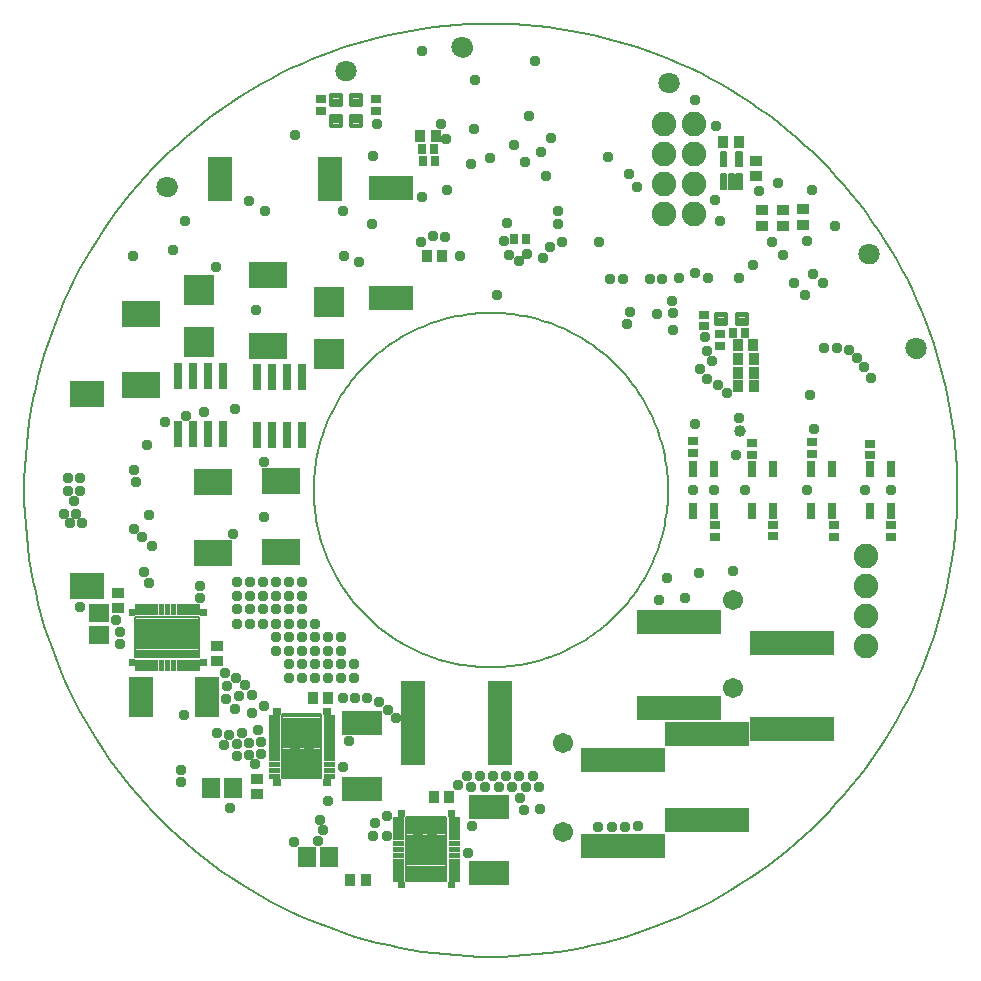
<source format=gts>
G75*
%MOIN*%
%OFA0B0*%
%FSLAX25Y25*%
%IPPOS*%
%LPD*%
%AMOC8*
5,1,8,0,0,1.08239X$1,22.5*
%
%ADD10C,0.00600*%
%ADD11C,0.00000*%
%ADD12C,0.07099*%
%ADD13R,0.03000X0.08600*%
%ADD14R,0.12611X0.08674*%
%ADD15R,0.03556X0.04343*%
%ADD16R,0.04343X0.03556*%
%ADD17R,0.10249X0.10249*%
%ADD18C,0.01421*%
%ADD19R,0.03162X0.05524*%
%ADD20R,0.03556X0.03162*%
%ADD21R,0.13398X0.07887*%
%ADD22R,0.03162X0.03556*%
%ADD23R,0.05918X0.06706*%
%ADD24R,0.06706X0.05918*%
%ADD25R,0.07887X0.13398*%
%ADD26R,0.14973X0.07887*%
%ADD27R,0.07887X0.14973*%
%ADD28C,0.00690*%
%ADD29C,0.00268*%
%ADD30C,0.00341*%
%ADD31C,0.06737*%
%ADD32R,0.11824X0.09068*%
%ADD33C,0.00594*%
%ADD34C,0.08200*%
%ADD35R,0.07887X0.27965*%
%ADD36R,0.27965X0.07887*%
%ADD37C,0.03778*%
%ADD38C,0.03975*%
D10*
X0154843Y0163111D02*
X0154861Y0164560D01*
X0154914Y0166009D01*
X0155003Y0167455D01*
X0155127Y0168899D01*
X0155287Y0170340D01*
X0155482Y0171776D01*
X0155712Y0173207D01*
X0155978Y0174632D01*
X0156278Y0176050D01*
X0156613Y0177460D01*
X0156982Y0178862D01*
X0157386Y0180254D01*
X0157824Y0181635D01*
X0158295Y0183006D01*
X0158800Y0184365D01*
X0159338Y0185710D01*
X0159909Y0187043D01*
X0160513Y0188360D01*
X0161149Y0189663D01*
X0161816Y0190949D01*
X0162515Y0192219D01*
X0163245Y0193471D01*
X0164005Y0194705D01*
X0164796Y0195920D01*
X0165616Y0197115D01*
X0166465Y0198290D01*
X0167342Y0199444D01*
X0168248Y0200575D01*
X0169181Y0201684D01*
X0170141Y0202770D01*
X0171128Y0203832D01*
X0172140Y0204869D01*
X0173177Y0205881D01*
X0174239Y0206868D01*
X0175325Y0207828D01*
X0176434Y0208761D01*
X0177565Y0209667D01*
X0178719Y0210544D01*
X0179894Y0211393D01*
X0181089Y0212213D01*
X0182304Y0213004D01*
X0183538Y0213764D01*
X0184790Y0214494D01*
X0186060Y0215193D01*
X0187346Y0215860D01*
X0188649Y0216496D01*
X0189966Y0217100D01*
X0191299Y0217671D01*
X0192644Y0218209D01*
X0194003Y0218714D01*
X0195374Y0219185D01*
X0196755Y0219623D01*
X0198147Y0220027D01*
X0199549Y0220396D01*
X0200959Y0220731D01*
X0202377Y0221031D01*
X0203802Y0221297D01*
X0205233Y0221527D01*
X0206669Y0221722D01*
X0208110Y0221882D01*
X0209554Y0222006D01*
X0211000Y0222095D01*
X0212449Y0222148D01*
X0213898Y0222166D01*
X0215347Y0222148D01*
X0216796Y0222095D01*
X0218242Y0222006D01*
X0219686Y0221882D01*
X0221127Y0221722D01*
X0222563Y0221527D01*
X0223994Y0221297D01*
X0225419Y0221031D01*
X0226837Y0220731D01*
X0228247Y0220396D01*
X0229649Y0220027D01*
X0231041Y0219623D01*
X0232422Y0219185D01*
X0233793Y0218714D01*
X0235152Y0218209D01*
X0236497Y0217671D01*
X0237830Y0217100D01*
X0239147Y0216496D01*
X0240450Y0215860D01*
X0241736Y0215193D01*
X0243006Y0214494D01*
X0244258Y0213764D01*
X0245492Y0213004D01*
X0246707Y0212213D01*
X0247902Y0211393D01*
X0249077Y0210544D01*
X0250231Y0209667D01*
X0251362Y0208761D01*
X0252471Y0207828D01*
X0253557Y0206868D01*
X0254619Y0205881D01*
X0255656Y0204869D01*
X0256668Y0203832D01*
X0257655Y0202770D01*
X0258615Y0201684D01*
X0259548Y0200575D01*
X0260454Y0199444D01*
X0261331Y0198290D01*
X0262180Y0197115D01*
X0263000Y0195920D01*
X0263791Y0194705D01*
X0264551Y0193471D01*
X0265281Y0192219D01*
X0265980Y0190949D01*
X0266647Y0189663D01*
X0267283Y0188360D01*
X0267887Y0187043D01*
X0268458Y0185710D01*
X0268996Y0184365D01*
X0269501Y0183006D01*
X0269972Y0181635D01*
X0270410Y0180254D01*
X0270814Y0178862D01*
X0271183Y0177460D01*
X0271518Y0176050D01*
X0271818Y0174632D01*
X0272084Y0173207D01*
X0272314Y0171776D01*
X0272509Y0170340D01*
X0272669Y0168899D01*
X0272793Y0167455D01*
X0272882Y0166009D01*
X0272935Y0164560D01*
X0272953Y0163111D01*
X0272935Y0161662D01*
X0272882Y0160213D01*
X0272793Y0158767D01*
X0272669Y0157323D01*
X0272509Y0155882D01*
X0272314Y0154446D01*
X0272084Y0153015D01*
X0271818Y0151590D01*
X0271518Y0150172D01*
X0271183Y0148762D01*
X0270814Y0147360D01*
X0270410Y0145968D01*
X0269972Y0144587D01*
X0269501Y0143216D01*
X0268996Y0141857D01*
X0268458Y0140512D01*
X0267887Y0139179D01*
X0267283Y0137862D01*
X0266647Y0136559D01*
X0265980Y0135273D01*
X0265281Y0134003D01*
X0264551Y0132751D01*
X0263791Y0131517D01*
X0263000Y0130302D01*
X0262180Y0129107D01*
X0261331Y0127932D01*
X0260454Y0126778D01*
X0259548Y0125647D01*
X0258615Y0124538D01*
X0257655Y0123452D01*
X0256668Y0122390D01*
X0255656Y0121353D01*
X0254619Y0120341D01*
X0253557Y0119354D01*
X0252471Y0118394D01*
X0251362Y0117461D01*
X0250231Y0116555D01*
X0249077Y0115678D01*
X0247902Y0114829D01*
X0246707Y0114009D01*
X0245492Y0113218D01*
X0244258Y0112458D01*
X0243006Y0111728D01*
X0241736Y0111029D01*
X0240450Y0110362D01*
X0239147Y0109726D01*
X0237830Y0109122D01*
X0236497Y0108551D01*
X0235152Y0108013D01*
X0233793Y0107508D01*
X0232422Y0107037D01*
X0231041Y0106599D01*
X0229649Y0106195D01*
X0228247Y0105826D01*
X0226837Y0105491D01*
X0225419Y0105191D01*
X0223994Y0104925D01*
X0222563Y0104695D01*
X0221127Y0104500D01*
X0219686Y0104340D01*
X0218242Y0104216D01*
X0216796Y0104127D01*
X0215347Y0104074D01*
X0213898Y0104056D01*
X0212449Y0104074D01*
X0211000Y0104127D01*
X0209554Y0104216D01*
X0208110Y0104340D01*
X0206669Y0104500D01*
X0205233Y0104695D01*
X0203802Y0104925D01*
X0202377Y0105191D01*
X0200959Y0105491D01*
X0199549Y0105826D01*
X0198147Y0106195D01*
X0196755Y0106599D01*
X0195374Y0107037D01*
X0194003Y0107508D01*
X0192644Y0108013D01*
X0191299Y0108551D01*
X0189966Y0109122D01*
X0188649Y0109726D01*
X0187346Y0110362D01*
X0186060Y0111029D01*
X0184790Y0111728D01*
X0183538Y0112458D01*
X0182304Y0113218D01*
X0181089Y0114009D01*
X0179894Y0114829D01*
X0178719Y0115678D01*
X0177565Y0116555D01*
X0176434Y0117461D01*
X0175325Y0118394D01*
X0174239Y0119354D01*
X0173177Y0120341D01*
X0172140Y0121353D01*
X0171128Y0122390D01*
X0170141Y0123452D01*
X0169181Y0124538D01*
X0168248Y0125647D01*
X0167342Y0126778D01*
X0166465Y0127932D01*
X0165616Y0129107D01*
X0164796Y0130302D01*
X0164005Y0131517D01*
X0163245Y0132751D01*
X0162515Y0134003D01*
X0161816Y0135273D01*
X0161149Y0136559D01*
X0160513Y0137862D01*
X0159909Y0139179D01*
X0159338Y0140512D01*
X0158800Y0141857D01*
X0158295Y0143216D01*
X0157824Y0144587D01*
X0157386Y0145968D01*
X0156982Y0147360D01*
X0156613Y0148762D01*
X0156278Y0150172D01*
X0155978Y0151590D01*
X0155712Y0153015D01*
X0155482Y0154446D01*
X0155287Y0155882D01*
X0155127Y0157323D01*
X0155003Y0158767D01*
X0154914Y0160213D01*
X0154861Y0161662D01*
X0154843Y0163111D01*
X0058386Y0163111D02*
X0058433Y0166927D01*
X0058573Y0170742D01*
X0058807Y0174551D01*
X0059135Y0178354D01*
X0059556Y0182147D01*
X0060069Y0185929D01*
X0060676Y0189698D01*
X0061374Y0193450D01*
X0062165Y0197184D01*
X0063046Y0200897D01*
X0064019Y0204588D01*
X0065082Y0208254D01*
X0066235Y0211892D01*
X0067477Y0215501D01*
X0068806Y0219079D01*
X0070224Y0222623D01*
X0071727Y0226131D01*
X0073317Y0229601D01*
X0074991Y0233031D01*
X0076749Y0236419D01*
X0078589Y0239763D01*
X0080511Y0243060D01*
X0082513Y0246310D01*
X0084594Y0249509D01*
X0086754Y0252656D01*
X0088990Y0255749D01*
X0091301Y0258787D01*
X0093686Y0261767D01*
X0096143Y0264687D01*
X0098671Y0267546D01*
X0101269Y0270343D01*
X0103934Y0273075D01*
X0106666Y0275740D01*
X0109463Y0278338D01*
X0112322Y0280866D01*
X0115242Y0283323D01*
X0118222Y0285708D01*
X0121260Y0288019D01*
X0124353Y0290255D01*
X0127500Y0292415D01*
X0130699Y0294496D01*
X0133949Y0296498D01*
X0137246Y0298420D01*
X0140590Y0300260D01*
X0143978Y0302018D01*
X0147408Y0303692D01*
X0150878Y0305282D01*
X0154386Y0306785D01*
X0157930Y0308203D01*
X0161508Y0309532D01*
X0165117Y0310774D01*
X0168755Y0311927D01*
X0172421Y0312990D01*
X0176112Y0313963D01*
X0179825Y0314844D01*
X0183559Y0315635D01*
X0187311Y0316333D01*
X0191080Y0316940D01*
X0194862Y0317453D01*
X0198655Y0317874D01*
X0202458Y0318202D01*
X0206267Y0318436D01*
X0210082Y0318576D01*
X0213898Y0318623D01*
X0217714Y0318576D01*
X0221529Y0318436D01*
X0225338Y0318202D01*
X0229141Y0317874D01*
X0232934Y0317453D01*
X0236716Y0316940D01*
X0240485Y0316333D01*
X0244237Y0315635D01*
X0247971Y0314844D01*
X0251684Y0313963D01*
X0255375Y0312990D01*
X0259041Y0311927D01*
X0262679Y0310774D01*
X0266288Y0309532D01*
X0269866Y0308203D01*
X0273410Y0306785D01*
X0276918Y0305282D01*
X0280388Y0303692D01*
X0283818Y0302018D01*
X0287206Y0300260D01*
X0290550Y0298420D01*
X0293847Y0296498D01*
X0297097Y0294496D01*
X0300296Y0292415D01*
X0303443Y0290255D01*
X0306536Y0288019D01*
X0309574Y0285708D01*
X0312554Y0283323D01*
X0315474Y0280866D01*
X0318333Y0278338D01*
X0321130Y0275740D01*
X0323862Y0273075D01*
X0326527Y0270343D01*
X0329125Y0267546D01*
X0331653Y0264687D01*
X0334110Y0261767D01*
X0336495Y0258787D01*
X0338806Y0255749D01*
X0341042Y0252656D01*
X0343202Y0249509D01*
X0345283Y0246310D01*
X0347285Y0243060D01*
X0349207Y0239763D01*
X0351047Y0236419D01*
X0352805Y0233031D01*
X0354479Y0229601D01*
X0356069Y0226131D01*
X0357572Y0222623D01*
X0358990Y0219079D01*
X0360319Y0215501D01*
X0361561Y0211892D01*
X0362714Y0208254D01*
X0363777Y0204588D01*
X0364750Y0200897D01*
X0365631Y0197184D01*
X0366422Y0193450D01*
X0367120Y0189698D01*
X0367727Y0185929D01*
X0368240Y0182147D01*
X0368661Y0178354D01*
X0368989Y0174551D01*
X0369223Y0170742D01*
X0369363Y0166927D01*
X0369410Y0163111D01*
X0369363Y0159295D01*
X0369223Y0155480D01*
X0368989Y0151671D01*
X0368661Y0147868D01*
X0368240Y0144075D01*
X0367727Y0140293D01*
X0367120Y0136524D01*
X0366422Y0132772D01*
X0365631Y0129038D01*
X0364750Y0125325D01*
X0363777Y0121634D01*
X0362714Y0117968D01*
X0361561Y0114330D01*
X0360319Y0110721D01*
X0358990Y0107143D01*
X0357572Y0103599D01*
X0356069Y0100091D01*
X0354479Y0096621D01*
X0352805Y0093191D01*
X0351047Y0089803D01*
X0349207Y0086459D01*
X0347285Y0083162D01*
X0345283Y0079912D01*
X0343202Y0076713D01*
X0341042Y0073566D01*
X0338806Y0070473D01*
X0336495Y0067435D01*
X0334110Y0064455D01*
X0331653Y0061535D01*
X0329125Y0058676D01*
X0326527Y0055879D01*
X0323862Y0053147D01*
X0321130Y0050482D01*
X0318333Y0047884D01*
X0315474Y0045356D01*
X0312554Y0042899D01*
X0309574Y0040514D01*
X0306536Y0038203D01*
X0303443Y0035967D01*
X0300296Y0033807D01*
X0297097Y0031726D01*
X0293847Y0029724D01*
X0290550Y0027802D01*
X0287206Y0025962D01*
X0283818Y0024204D01*
X0280388Y0022530D01*
X0276918Y0020940D01*
X0273410Y0019437D01*
X0269866Y0018019D01*
X0266288Y0016690D01*
X0262679Y0015448D01*
X0259041Y0014295D01*
X0255375Y0013232D01*
X0251684Y0012259D01*
X0247971Y0011378D01*
X0244237Y0010587D01*
X0240485Y0009889D01*
X0236716Y0009282D01*
X0232934Y0008769D01*
X0229141Y0008348D01*
X0225338Y0008020D01*
X0221529Y0007786D01*
X0217714Y0007646D01*
X0213898Y0007599D01*
X0210082Y0007646D01*
X0206267Y0007786D01*
X0202458Y0008020D01*
X0198655Y0008348D01*
X0194862Y0008769D01*
X0191080Y0009282D01*
X0187311Y0009889D01*
X0183559Y0010587D01*
X0179825Y0011378D01*
X0176112Y0012259D01*
X0172421Y0013232D01*
X0168755Y0014295D01*
X0165117Y0015448D01*
X0161508Y0016690D01*
X0157930Y0018019D01*
X0154386Y0019437D01*
X0150878Y0020940D01*
X0147408Y0022530D01*
X0143978Y0024204D01*
X0140590Y0025962D01*
X0137246Y0027802D01*
X0133949Y0029724D01*
X0130699Y0031726D01*
X0127500Y0033807D01*
X0124353Y0035967D01*
X0121260Y0038203D01*
X0118222Y0040514D01*
X0115242Y0042899D01*
X0112322Y0045356D01*
X0109463Y0047884D01*
X0106666Y0050482D01*
X0103934Y0053147D01*
X0101269Y0055879D01*
X0098671Y0058676D01*
X0096143Y0061535D01*
X0093686Y0064455D01*
X0091301Y0067435D01*
X0088990Y0070473D01*
X0086754Y0073566D01*
X0084594Y0076713D01*
X0082513Y0079912D01*
X0080511Y0083162D01*
X0078589Y0086459D01*
X0076749Y0089803D01*
X0074991Y0093191D01*
X0073317Y0096621D01*
X0071727Y0100091D01*
X0070224Y0103599D01*
X0068806Y0107143D01*
X0067477Y0110721D01*
X0066235Y0114330D01*
X0065082Y0117968D01*
X0064019Y0121634D01*
X0063046Y0125325D01*
X0062165Y0129038D01*
X0061374Y0132772D01*
X0060676Y0136524D01*
X0060069Y0140293D01*
X0059556Y0144075D01*
X0059135Y0147868D01*
X0058807Y0151671D01*
X0058573Y0155480D01*
X0058433Y0159295D01*
X0058386Y0163111D01*
D11*
X0102874Y0264292D02*
X0102876Y0264404D01*
X0102882Y0264515D01*
X0102892Y0264627D01*
X0102906Y0264738D01*
X0102923Y0264848D01*
X0102945Y0264958D01*
X0102971Y0265067D01*
X0103000Y0265175D01*
X0103033Y0265281D01*
X0103070Y0265387D01*
X0103111Y0265491D01*
X0103156Y0265594D01*
X0103204Y0265695D01*
X0103255Y0265794D01*
X0103310Y0265891D01*
X0103369Y0265986D01*
X0103430Y0266080D01*
X0103495Y0266171D01*
X0103564Y0266259D01*
X0103635Y0266345D01*
X0103709Y0266429D01*
X0103787Y0266509D01*
X0103867Y0266587D01*
X0103950Y0266663D01*
X0104035Y0266735D01*
X0104123Y0266804D01*
X0104213Y0266870D01*
X0104306Y0266932D01*
X0104401Y0266992D01*
X0104498Y0267048D01*
X0104596Y0267100D01*
X0104697Y0267149D01*
X0104799Y0267194D01*
X0104903Y0267236D01*
X0105008Y0267274D01*
X0105115Y0267308D01*
X0105222Y0267338D01*
X0105331Y0267365D01*
X0105440Y0267387D01*
X0105551Y0267406D01*
X0105661Y0267421D01*
X0105773Y0267432D01*
X0105884Y0267439D01*
X0105996Y0267442D01*
X0106108Y0267441D01*
X0106220Y0267436D01*
X0106331Y0267427D01*
X0106442Y0267414D01*
X0106553Y0267397D01*
X0106663Y0267377D01*
X0106772Y0267352D01*
X0106880Y0267324D01*
X0106987Y0267291D01*
X0107093Y0267255D01*
X0107197Y0267215D01*
X0107300Y0267172D01*
X0107402Y0267125D01*
X0107501Y0267074D01*
X0107599Y0267020D01*
X0107695Y0266962D01*
X0107789Y0266901D01*
X0107880Y0266837D01*
X0107969Y0266770D01*
X0108056Y0266699D01*
X0108140Y0266625D01*
X0108222Y0266549D01*
X0108300Y0266469D01*
X0108376Y0266387D01*
X0108449Y0266302D01*
X0108519Y0266215D01*
X0108585Y0266125D01*
X0108649Y0266033D01*
X0108709Y0265939D01*
X0108766Y0265843D01*
X0108819Y0265744D01*
X0108869Y0265644D01*
X0108915Y0265543D01*
X0108958Y0265439D01*
X0108997Y0265334D01*
X0109032Y0265228D01*
X0109063Y0265121D01*
X0109091Y0265012D01*
X0109114Y0264903D01*
X0109134Y0264793D01*
X0109150Y0264682D01*
X0109162Y0264571D01*
X0109170Y0264460D01*
X0109174Y0264348D01*
X0109174Y0264236D01*
X0109170Y0264124D01*
X0109162Y0264013D01*
X0109150Y0263902D01*
X0109134Y0263791D01*
X0109114Y0263681D01*
X0109091Y0263572D01*
X0109063Y0263463D01*
X0109032Y0263356D01*
X0108997Y0263250D01*
X0108958Y0263145D01*
X0108915Y0263041D01*
X0108869Y0262940D01*
X0108819Y0262840D01*
X0108766Y0262741D01*
X0108709Y0262645D01*
X0108649Y0262551D01*
X0108585Y0262459D01*
X0108519Y0262369D01*
X0108449Y0262282D01*
X0108376Y0262197D01*
X0108300Y0262115D01*
X0108222Y0262035D01*
X0108140Y0261959D01*
X0108056Y0261885D01*
X0107969Y0261814D01*
X0107880Y0261747D01*
X0107789Y0261683D01*
X0107695Y0261622D01*
X0107599Y0261564D01*
X0107501Y0261510D01*
X0107402Y0261459D01*
X0107300Y0261412D01*
X0107197Y0261369D01*
X0107093Y0261329D01*
X0106987Y0261293D01*
X0106880Y0261260D01*
X0106772Y0261232D01*
X0106663Y0261207D01*
X0106553Y0261187D01*
X0106442Y0261170D01*
X0106331Y0261157D01*
X0106220Y0261148D01*
X0106108Y0261143D01*
X0105996Y0261142D01*
X0105884Y0261145D01*
X0105773Y0261152D01*
X0105661Y0261163D01*
X0105551Y0261178D01*
X0105440Y0261197D01*
X0105331Y0261219D01*
X0105222Y0261246D01*
X0105115Y0261276D01*
X0105008Y0261310D01*
X0104903Y0261348D01*
X0104799Y0261390D01*
X0104697Y0261435D01*
X0104596Y0261484D01*
X0104498Y0261536D01*
X0104401Y0261592D01*
X0104306Y0261652D01*
X0104213Y0261714D01*
X0104123Y0261780D01*
X0104035Y0261849D01*
X0103950Y0261921D01*
X0103867Y0261997D01*
X0103787Y0262075D01*
X0103709Y0262155D01*
X0103635Y0262239D01*
X0103564Y0262325D01*
X0103495Y0262413D01*
X0103430Y0262504D01*
X0103369Y0262598D01*
X0103310Y0262693D01*
X0103255Y0262790D01*
X0103204Y0262889D01*
X0103156Y0262990D01*
X0103111Y0263093D01*
X0103070Y0263197D01*
X0103033Y0263303D01*
X0103000Y0263409D01*
X0102971Y0263517D01*
X0102945Y0263626D01*
X0102923Y0263736D01*
X0102906Y0263846D01*
X0102892Y0263957D01*
X0102882Y0264069D01*
X0102876Y0264180D01*
X0102874Y0264292D01*
X0162323Y0302875D02*
X0162325Y0302987D01*
X0162331Y0303098D01*
X0162341Y0303210D01*
X0162355Y0303321D01*
X0162372Y0303431D01*
X0162394Y0303541D01*
X0162420Y0303650D01*
X0162449Y0303758D01*
X0162482Y0303864D01*
X0162519Y0303970D01*
X0162560Y0304074D01*
X0162605Y0304177D01*
X0162653Y0304278D01*
X0162704Y0304377D01*
X0162759Y0304474D01*
X0162818Y0304569D01*
X0162879Y0304663D01*
X0162944Y0304754D01*
X0163013Y0304842D01*
X0163084Y0304928D01*
X0163158Y0305012D01*
X0163236Y0305092D01*
X0163316Y0305170D01*
X0163399Y0305246D01*
X0163484Y0305318D01*
X0163572Y0305387D01*
X0163662Y0305453D01*
X0163755Y0305515D01*
X0163850Y0305575D01*
X0163947Y0305631D01*
X0164045Y0305683D01*
X0164146Y0305732D01*
X0164248Y0305777D01*
X0164352Y0305819D01*
X0164457Y0305857D01*
X0164564Y0305891D01*
X0164671Y0305921D01*
X0164780Y0305948D01*
X0164889Y0305970D01*
X0165000Y0305989D01*
X0165110Y0306004D01*
X0165222Y0306015D01*
X0165333Y0306022D01*
X0165445Y0306025D01*
X0165557Y0306024D01*
X0165669Y0306019D01*
X0165780Y0306010D01*
X0165891Y0305997D01*
X0166002Y0305980D01*
X0166112Y0305960D01*
X0166221Y0305935D01*
X0166329Y0305907D01*
X0166436Y0305874D01*
X0166542Y0305838D01*
X0166646Y0305798D01*
X0166749Y0305755D01*
X0166851Y0305708D01*
X0166950Y0305657D01*
X0167048Y0305603D01*
X0167144Y0305545D01*
X0167238Y0305484D01*
X0167329Y0305420D01*
X0167418Y0305353D01*
X0167505Y0305282D01*
X0167589Y0305208D01*
X0167671Y0305132D01*
X0167749Y0305052D01*
X0167825Y0304970D01*
X0167898Y0304885D01*
X0167968Y0304798D01*
X0168034Y0304708D01*
X0168098Y0304616D01*
X0168158Y0304522D01*
X0168215Y0304426D01*
X0168268Y0304327D01*
X0168318Y0304227D01*
X0168364Y0304126D01*
X0168407Y0304022D01*
X0168446Y0303917D01*
X0168481Y0303811D01*
X0168512Y0303704D01*
X0168540Y0303595D01*
X0168563Y0303486D01*
X0168583Y0303376D01*
X0168599Y0303265D01*
X0168611Y0303154D01*
X0168619Y0303043D01*
X0168623Y0302931D01*
X0168623Y0302819D01*
X0168619Y0302707D01*
X0168611Y0302596D01*
X0168599Y0302485D01*
X0168583Y0302374D01*
X0168563Y0302264D01*
X0168540Y0302155D01*
X0168512Y0302046D01*
X0168481Y0301939D01*
X0168446Y0301833D01*
X0168407Y0301728D01*
X0168364Y0301624D01*
X0168318Y0301523D01*
X0168268Y0301423D01*
X0168215Y0301324D01*
X0168158Y0301228D01*
X0168098Y0301134D01*
X0168034Y0301042D01*
X0167968Y0300952D01*
X0167898Y0300865D01*
X0167825Y0300780D01*
X0167749Y0300698D01*
X0167671Y0300618D01*
X0167589Y0300542D01*
X0167505Y0300468D01*
X0167418Y0300397D01*
X0167329Y0300330D01*
X0167238Y0300266D01*
X0167144Y0300205D01*
X0167048Y0300147D01*
X0166950Y0300093D01*
X0166851Y0300042D01*
X0166749Y0299995D01*
X0166646Y0299952D01*
X0166542Y0299912D01*
X0166436Y0299876D01*
X0166329Y0299843D01*
X0166221Y0299815D01*
X0166112Y0299790D01*
X0166002Y0299770D01*
X0165891Y0299753D01*
X0165780Y0299740D01*
X0165669Y0299731D01*
X0165557Y0299726D01*
X0165445Y0299725D01*
X0165333Y0299728D01*
X0165222Y0299735D01*
X0165110Y0299746D01*
X0165000Y0299761D01*
X0164889Y0299780D01*
X0164780Y0299802D01*
X0164671Y0299829D01*
X0164564Y0299859D01*
X0164457Y0299893D01*
X0164352Y0299931D01*
X0164248Y0299973D01*
X0164146Y0300018D01*
X0164045Y0300067D01*
X0163947Y0300119D01*
X0163850Y0300175D01*
X0163755Y0300235D01*
X0163662Y0300297D01*
X0163572Y0300363D01*
X0163484Y0300432D01*
X0163399Y0300504D01*
X0163316Y0300580D01*
X0163236Y0300658D01*
X0163158Y0300738D01*
X0163084Y0300822D01*
X0163013Y0300908D01*
X0162944Y0300996D01*
X0162879Y0301087D01*
X0162818Y0301181D01*
X0162759Y0301276D01*
X0162704Y0301373D01*
X0162653Y0301472D01*
X0162605Y0301573D01*
X0162560Y0301676D01*
X0162519Y0301780D01*
X0162482Y0301886D01*
X0162449Y0301992D01*
X0162420Y0302100D01*
X0162394Y0302209D01*
X0162372Y0302319D01*
X0162355Y0302429D01*
X0162341Y0302540D01*
X0162331Y0302652D01*
X0162325Y0302763D01*
X0162323Y0302875D01*
X0201300Y0310749D02*
X0201302Y0310861D01*
X0201308Y0310972D01*
X0201318Y0311084D01*
X0201332Y0311195D01*
X0201349Y0311305D01*
X0201371Y0311415D01*
X0201397Y0311524D01*
X0201426Y0311632D01*
X0201459Y0311738D01*
X0201496Y0311844D01*
X0201537Y0311948D01*
X0201582Y0312051D01*
X0201630Y0312152D01*
X0201681Y0312251D01*
X0201736Y0312348D01*
X0201795Y0312443D01*
X0201856Y0312537D01*
X0201921Y0312628D01*
X0201990Y0312716D01*
X0202061Y0312802D01*
X0202135Y0312886D01*
X0202213Y0312966D01*
X0202293Y0313044D01*
X0202376Y0313120D01*
X0202461Y0313192D01*
X0202549Y0313261D01*
X0202639Y0313327D01*
X0202732Y0313389D01*
X0202827Y0313449D01*
X0202924Y0313505D01*
X0203022Y0313557D01*
X0203123Y0313606D01*
X0203225Y0313651D01*
X0203329Y0313693D01*
X0203434Y0313731D01*
X0203541Y0313765D01*
X0203648Y0313795D01*
X0203757Y0313822D01*
X0203866Y0313844D01*
X0203977Y0313863D01*
X0204087Y0313878D01*
X0204199Y0313889D01*
X0204310Y0313896D01*
X0204422Y0313899D01*
X0204534Y0313898D01*
X0204646Y0313893D01*
X0204757Y0313884D01*
X0204868Y0313871D01*
X0204979Y0313854D01*
X0205089Y0313834D01*
X0205198Y0313809D01*
X0205306Y0313781D01*
X0205413Y0313748D01*
X0205519Y0313712D01*
X0205623Y0313672D01*
X0205726Y0313629D01*
X0205828Y0313582D01*
X0205927Y0313531D01*
X0206025Y0313477D01*
X0206121Y0313419D01*
X0206215Y0313358D01*
X0206306Y0313294D01*
X0206395Y0313227D01*
X0206482Y0313156D01*
X0206566Y0313082D01*
X0206648Y0313006D01*
X0206726Y0312926D01*
X0206802Y0312844D01*
X0206875Y0312759D01*
X0206945Y0312672D01*
X0207011Y0312582D01*
X0207075Y0312490D01*
X0207135Y0312396D01*
X0207192Y0312300D01*
X0207245Y0312201D01*
X0207295Y0312101D01*
X0207341Y0312000D01*
X0207384Y0311896D01*
X0207423Y0311791D01*
X0207458Y0311685D01*
X0207489Y0311578D01*
X0207517Y0311469D01*
X0207540Y0311360D01*
X0207560Y0311250D01*
X0207576Y0311139D01*
X0207588Y0311028D01*
X0207596Y0310917D01*
X0207600Y0310805D01*
X0207600Y0310693D01*
X0207596Y0310581D01*
X0207588Y0310470D01*
X0207576Y0310359D01*
X0207560Y0310248D01*
X0207540Y0310138D01*
X0207517Y0310029D01*
X0207489Y0309920D01*
X0207458Y0309813D01*
X0207423Y0309707D01*
X0207384Y0309602D01*
X0207341Y0309498D01*
X0207295Y0309397D01*
X0207245Y0309297D01*
X0207192Y0309198D01*
X0207135Y0309102D01*
X0207075Y0309008D01*
X0207011Y0308916D01*
X0206945Y0308826D01*
X0206875Y0308739D01*
X0206802Y0308654D01*
X0206726Y0308572D01*
X0206648Y0308492D01*
X0206566Y0308416D01*
X0206482Y0308342D01*
X0206395Y0308271D01*
X0206306Y0308204D01*
X0206215Y0308140D01*
X0206121Y0308079D01*
X0206025Y0308021D01*
X0205927Y0307967D01*
X0205828Y0307916D01*
X0205726Y0307869D01*
X0205623Y0307826D01*
X0205519Y0307786D01*
X0205413Y0307750D01*
X0205306Y0307717D01*
X0205198Y0307689D01*
X0205089Y0307664D01*
X0204979Y0307644D01*
X0204868Y0307627D01*
X0204757Y0307614D01*
X0204646Y0307605D01*
X0204534Y0307600D01*
X0204422Y0307599D01*
X0204310Y0307602D01*
X0204199Y0307609D01*
X0204087Y0307620D01*
X0203977Y0307635D01*
X0203866Y0307654D01*
X0203757Y0307676D01*
X0203648Y0307703D01*
X0203541Y0307733D01*
X0203434Y0307767D01*
X0203329Y0307805D01*
X0203225Y0307847D01*
X0203123Y0307892D01*
X0203022Y0307941D01*
X0202924Y0307993D01*
X0202827Y0308049D01*
X0202732Y0308109D01*
X0202639Y0308171D01*
X0202549Y0308237D01*
X0202461Y0308306D01*
X0202376Y0308378D01*
X0202293Y0308454D01*
X0202213Y0308532D01*
X0202135Y0308612D01*
X0202061Y0308696D01*
X0201990Y0308782D01*
X0201921Y0308870D01*
X0201856Y0308961D01*
X0201795Y0309055D01*
X0201736Y0309150D01*
X0201681Y0309247D01*
X0201630Y0309346D01*
X0201582Y0309447D01*
X0201537Y0309550D01*
X0201496Y0309654D01*
X0201459Y0309760D01*
X0201426Y0309866D01*
X0201397Y0309974D01*
X0201371Y0310083D01*
X0201349Y0310193D01*
X0201332Y0310303D01*
X0201318Y0310414D01*
X0201308Y0310526D01*
X0201302Y0310637D01*
X0201300Y0310749D01*
X0270197Y0298938D02*
X0270199Y0299050D01*
X0270205Y0299161D01*
X0270215Y0299273D01*
X0270229Y0299384D01*
X0270246Y0299494D01*
X0270268Y0299604D01*
X0270294Y0299713D01*
X0270323Y0299821D01*
X0270356Y0299927D01*
X0270393Y0300033D01*
X0270434Y0300137D01*
X0270479Y0300240D01*
X0270527Y0300341D01*
X0270578Y0300440D01*
X0270633Y0300537D01*
X0270692Y0300632D01*
X0270753Y0300726D01*
X0270818Y0300817D01*
X0270887Y0300905D01*
X0270958Y0300991D01*
X0271032Y0301075D01*
X0271110Y0301155D01*
X0271190Y0301233D01*
X0271273Y0301309D01*
X0271358Y0301381D01*
X0271446Y0301450D01*
X0271536Y0301516D01*
X0271629Y0301578D01*
X0271724Y0301638D01*
X0271821Y0301694D01*
X0271919Y0301746D01*
X0272020Y0301795D01*
X0272122Y0301840D01*
X0272226Y0301882D01*
X0272331Y0301920D01*
X0272438Y0301954D01*
X0272545Y0301984D01*
X0272654Y0302011D01*
X0272763Y0302033D01*
X0272874Y0302052D01*
X0272984Y0302067D01*
X0273096Y0302078D01*
X0273207Y0302085D01*
X0273319Y0302088D01*
X0273431Y0302087D01*
X0273543Y0302082D01*
X0273654Y0302073D01*
X0273765Y0302060D01*
X0273876Y0302043D01*
X0273986Y0302023D01*
X0274095Y0301998D01*
X0274203Y0301970D01*
X0274310Y0301937D01*
X0274416Y0301901D01*
X0274520Y0301861D01*
X0274623Y0301818D01*
X0274725Y0301771D01*
X0274824Y0301720D01*
X0274922Y0301666D01*
X0275018Y0301608D01*
X0275112Y0301547D01*
X0275203Y0301483D01*
X0275292Y0301416D01*
X0275379Y0301345D01*
X0275463Y0301271D01*
X0275545Y0301195D01*
X0275623Y0301115D01*
X0275699Y0301033D01*
X0275772Y0300948D01*
X0275842Y0300861D01*
X0275908Y0300771D01*
X0275972Y0300679D01*
X0276032Y0300585D01*
X0276089Y0300489D01*
X0276142Y0300390D01*
X0276192Y0300290D01*
X0276238Y0300189D01*
X0276281Y0300085D01*
X0276320Y0299980D01*
X0276355Y0299874D01*
X0276386Y0299767D01*
X0276414Y0299658D01*
X0276437Y0299549D01*
X0276457Y0299439D01*
X0276473Y0299328D01*
X0276485Y0299217D01*
X0276493Y0299106D01*
X0276497Y0298994D01*
X0276497Y0298882D01*
X0276493Y0298770D01*
X0276485Y0298659D01*
X0276473Y0298548D01*
X0276457Y0298437D01*
X0276437Y0298327D01*
X0276414Y0298218D01*
X0276386Y0298109D01*
X0276355Y0298002D01*
X0276320Y0297896D01*
X0276281Y0297791D01*
X0276238Y0297687D01*
X0276192Y0297586D01*
X0276142Y0297486D01*
X0276089Y0297387D01*
X0276032Y0297291D01*
X0275972Y0297197D01*
X0275908Y0297105D01*
X0275842Y0297015D01*
X0275772Y0296928D01*
X0275699Y0296843D01*
X0275623Y0296761D01*
X0275545Y0296681D01*
X0275463Y0296605D01*
X0275379Y0296531D01*
X0275292Y0296460D01*
X0275203Y0296393D01*
X0275112Y0296329D01*
X0275018Y0296268D01*
X0274922Y0296210D01*
X0274824Y0296156D01*
X0274725Y0296105D01*
X0274623Y0296058D01*
X0274520Y0296015D01*
X0274416Y0295975D01*
X0274310Y0295939D01*
X0274203Y0295906D01*
X0274095Y0295878D01*
X0273986Y0295853D01*
X0273876Y0295833D01*
X0273765Y0295816D01*
X0273654Y0295803D01*
X0273543Y0295794D01*
X0273431Y0295789D01*
X0273319Y0295788D01*
X0273207Y0295791D01*
X0273096Y0295798D01*
X0272984Y0295809D01*
X0272874Y0295824D01*
X0272763Y0295843D01*
X0272654Y0295865D01*
X0272545Y0295892D01*
X0272438Y0295922D01*
X0272331Y0295956D01*
X0272226Y0295994D01*
X0272122Y0296036D01*
X0272020Y0296081D01*
X0271919Y0296130D01*
X0271821Y0296182D01*
X0271724Y0296238D01*
X0271629Y0296298D01*
X0271536Y0296360D01*
X0271446Y0296426D01*
X0271358Y0296495D01*
X0271273Y0296567D01*
X0271190Y0296643D01*
X0271110Y0296721D01*
X0271032Y0296801D01*
X0270958Y0296885D01*
X0270887Y0296971D01*
X0270818Y0297059D01*
X0270753Y0297150D01*
X0270692Y0297244D01*
X0270633Y0297339D01*
X0270578Y0297436D01*
X0270527Y0297535D01*
X0270479Y0297636D01*
X0270434Y0297739D01*
X0270393Y0297843D01*
X0270356Y0297949D01*
X0270323Y0298055D01*
X0270294Y0298163D01*
X0270268Y0298272D01*
X0270246Y0298382D01*
X0270229Y0298492D01*
X0270215Y0298603D01*
X0270205Y0298715D01*
X0270199Y0298826D01*
X0270197Y0298938D01*
X0336733Y0241851D02*
X0336735Y0241963D01*
X0336741Y0242074D01*
X0336751Y0242186D01*
X0336765Y0242297D01*
X0336782Y0242407D01*
X0336804Y0242517D01*
X0336830Y0242626D01*
X0336859Y0242734D01*
X0336892Y0242840D01*
X0336929Y0242946D01*
X0336970Y0243050D01*
X0337015Y0243153D01*
X0337063Y0243254D01*
X0337114Y0243353D01*
X0337169Y0243450D01*
X0337228Y0243545D01*
X0337289Y0243639D01*
X0337354Y0243730D01*
X0337423Y0243818D01*
X0337494Y0243904D01*
X0337568Y0243988D01*
X0337646Y0244068D01*
X0337726Y0244146D01*
X0337809Y0244222D01*
X0337894Y0244294D01*
X0337982Y0244363D01*
X0338072Y0244429D01*
X0338165Y0244491D01*
X0338260Y0244551D01*
X0338357Y0244607D01*
X0338455Y0244659D01*
X0338556Y0244708D01*
X0338658Y0244753D01*
X0338762Y0244795D01*
X0338867Y0244833D01*
X0338974Y0244867D01*
X0339081Y0244897D01*
X0339190Y0244924D01*
X0339299Y0244946D01*
X0339410Y0244965D01*
X0339520Y0244980D01*
X0339632Y0244991D01*
X0339743Y0244998D01*
X0339855Y0245001D01*
X0339967Y0245000D01*
X0340079Y0244995D01*
X0340190Y0244986D01*
X0340301Y0244973D01*
X0340412Y0244956D01*
X0340522Y0244936D01*
X0340631Y0244911D01*
X0340739Y0244883D01*
X0340846Y0244850D01*
X0340952Y0244814D01*
X0341056Y0244774D01*
X0341159Y0244731D01*
X0341261Y0244684D01*
X0341360Y0244633D01*
X0341458Y0244579D01*
X0341554Y0244521D01*
X0341648Y0244460D01*
X0341739Y0244396D01*
X0341828Y0244329D01*
X0341915Y0244258D01*
X0341999Y0244184D01*
X0342081Y0244108D01*
X0342159Y0244028D01*
X0342235Y0243946D01*
X0342308Y0243861D01*
X0342378Y0243774D01*
X0342444Y0243684D01*
X0342508Y0243592D01*
X0342568Y0243498D01*
X0342625Y0243402D01*
X0342678Y0243303D01*
X0342728Y0243203D01*
X0342774Y0243102D01*
X0342817Y0242998D01*
X0342856Y0242893D01*
X0342891Y0242787D01*
X0342922Y0242680D01*
X0342950Y0242571D01*
X0342973Y0242462D01*
X0342993Y0242352D01*
X0343009Y0242241D01*
X0343021Y0242130D01*
X0343029Y0242019D01*
X0343033Y0241907D01*
X0343033Y0241795D01*
X0343029Y0241683D01*
X0343021Y0241572D01*
X0343009Y0241461D01*
X0342993Y0241350D01*
X0342973Y0241240D01*
X0342950Y0241131D01*
X0342922Y0241022D01*
X0342891Y0240915D01*
X0342856Y0240809D01*
X0342817Y0240704D01*
X0342774Y0240600D01*
X0342728Y0240499D01*
X0342678Y0240399D01*
X0342625Y0240300D01*
X0342568Y0240204D01*
X0342508Y0240110D01*
X0342444Y0240018D01*
X0342378Y0239928D01*
X0342308Y0239841D01*
X0342235Y0239756D01*
X0342159Y0239674D01*
X0342081Y0239594D01*
X0341999Y0239518D01*
X0341915Y0239444D01*
X0341828Y0239373D01*
X0341739Y0239306D01*
X0341648Y0239242D01*
X0341554Y0239181D01*
X0341458Y0239123D01*
X0341360Y0239069D01*
X0341261Y0239018D01*
X0341159Y0238971D01*
X0341056Y0238928D01*
X0340952Y0238888D01*
X0340846Y0238852D01*
X0340739Y0238819D01*
X0340631Y0238791D01*
X0340522Y0238766D01*
X0340412Y0238746D01*
X0340301Y0238729D01*
X0340190Y0238716D01*
X0340079Y0238707D01*
X0339967Y0238702D01*
X0339855Y0238701D01*
X0339743Y0238704D01*
X0339632Y0238711D01*
X0339520Y0238722D01*
X0339410Y0238737D01*
X0339299Y0238756D01*
X0339190Y0238778D01*
X0339081Y0238805D01*
X0338974Y0238835D01*
X0338867Y0238869D01*
X0338762Y0238907D01*
X0338658Y0238949D01*
X0338556Y0238994D01*
X0338455Y0239043D01*
X0338357Y0239095D01*
X0338260Y0239151D01*
X0338165Y0239211D01*
X0338072Y0239273D01*
X0337982Y0239339D01*
X0337894Y0239408D01*
X0337809Y0239480D01*
X0337726Y0239556D01*
X0337646Y0239634D01*
X0337568Y0239714D01*
X0337494Y0239798D01*
X0337423Y0239884D01*
X0337354Y0239972D01*
X0337289Y0240063D01*
X0337228Y0240157D01*
X0337169Y0240252D01*
X0337114Y0240349D01*
X0337063Y0240448D01*
X0337015Y0240549D01*
X0336970Y0240652D01*
X0336929Y0240756D01*
X0336892Y0240862D01*
X0336859Y0240968D01*
X0336830Y0241076D01*
X0336804Y0241185D01*
X0336782Y0241295D01*
X0336765Y0241405D01*
X0336751Y0241516D01*
X0336741Y0241628D01*
X0336735Y0241739D01*
X0336733Y0241851D01*
X0352481Y0210355D02*
X0352483Y0210467D01*
X0352489Y0210578D01*
X0352499Y0210690D01*
X0352513Y0210801D01*
X0352530Y0210911D01*
X0352552Y0211021D01*
X0352578Y0211130D01*
X0352607Y0211238D01*
X0352640Y0211344D01*
X0352677Y0211450D01*
X0352718Y0211554D01*
X0352763Y0211657D01*
X0352811Y0211758D01*
X0352862Y0211857D01*
X0352917Y0211954D01*
X0352976Y0212049D01*
X0353037Y0212143D01*
X0353102Y0212234D01*
X0353171Y0212322D01*
X0353242Y0212408D01*
X0353316Y0212492D01*
X0353394Y0212572D01*
X0353474Y0212650D01*
X0353557Y0212726D01*
X0353642Y0212798D01*
X0353730Y0212867D01*
X0353820Y0212933D01*
X0353913Y0212995D01*
X0354008Y0213055D01*
X0354105Y0213111D01*
X0354203Y0213163D01*
X0354304Y0213212D01*
X0354406Y0213257D01*
X0354510Y0213299D01*
X0354615Y0213337D01*
X0354722Y0213371D01*
X0354829Y0213401D01*
X0354938Y0213428D01*
X0355047Y0213450D01*
X0355158Y0213469D01*
X0355268Y0213484D01*
X0355380Y0213495D01*
X0355491Y0213502D01*
X0355603Y0213505D01*
X0355715Y0213504D01*
X0355827Y0213499D01*
X0355938Y0213490D01*
X0356049Y0213477D01*
X0356160Y0213460D01*
X0356270Y0213440D01*
X0356379Y0213415D01*
X0356487Y0213387D01*
X0356594Y0213354D01*
X0356700Y0213318D01*
X0356804Y0213278D01*
X0356907Y0213235D01*
X0357009Y0213188D01*
X0357108Y0213137D01*
X0357206Y0213083D01*
X0357302Y0213025D01*
X0357396Y0212964D01*
X0357487Y0212900D01*
X0357576Y0212833D01*
X0357663Y0212762D01*
X0357747Y0212688D01*
X0357829Y0212612D01*
X0357907Y0212532D01*
X0357983Y0212450D01*
X0358056Y0212365D01*
X0358126Y0212278D01*
X0358192Y0212188D01*
X0358256Y0212096D01*
X0358316Y0212002D01*
X0358373Y0211906D01*
X0358426Y0211807D01*
X0358476Y0211707D01*
X0358522Y0211606D01*
X0358565Y0211502D01*
X0358604Y0211397D01*
X0358639Y0211291D01*
X0358670Y0211184D01*
X0358698Y0211075D01*
X0358721Y0210966D01*
X0358741Y0210856D01*
X0358757Y0210745D01*
X0358769Y0210634D01*
X0358777Y0210523D01*
X0358781Y0210411D01*
X0358781Y0210299D01*
X0358777Y0210187D01*
X0358769Y0210076D01*
X0358757Y0209965D01*
X0358741Y0209854D01*
X0358721Y0209744D01*
X0358698Y0209635D01*
X0358670Y0209526D01*
X0358639Y0209419D01*
X0358604Y0209313D01*
X0358565Y0209208D01*
X0358522Y0209104D01*
X0358476Y0209003D01*
X0358426Y0208903D01*
X0358373Y0208804D01*
X0358316Y0208708D01*
X0358256Y0208614D01*
X0358192Y0208522D01*
X0358126Y0208432D01*
X0358056Y0208345D01*
X0357983Y0208260D01*
X0357907Y0208178D01*
X0357829Y0208098D01*
X0357747Y0208022D01*
X0357663Y0207948D01*
X0357576Y0207877D01*
X0357487Y0207810D01*
X0357396Y0207746D01*
X0357302Y0207685D01*
X0357206Y0207627D01*
X0357108Y0207573D01*
X0357009Y0207522D01*
X0356907Y0207475D01*
X0356804Y0207432D01*
X0356700Y0207392D01*
X0356594Y0207356D01*
X0356487Y0207323D01*
X0356379Y0207295D01*
X0356270Y0207270D01*
X0356160Y0207250D01*
X0356049Y0207233D01*
X0355938Y0207220D01*
X0355827Y0207211D01*
X0355715Y0207206D01*
X0355603Y0207205D01*
X0355491Y0207208D01*
X0355380Y0207215D01*
X0355268Y0207226D01*
X0355158Y0207241D01*
X0355047Y0207260D01*
X0354938Y0207282D01*
X0354829Y0207309D01*
X0354722Y0207339D01*
X0354615Y0207373D01*
X0354510Y0207411D01*
X0354406Y0207453D01*
X0354304Y0207498D01*
X0354203Y0207547D01*
X0354105Y0207599D01*
X0354008Y0207655D01*
X0353913Y0207715D01*
X0353820Y0207777D01*
X0353730Y0207843D01*
X0353642Y0207912D01*
X0353557Y0207984D01*
X0353474Y0208060D01*
X0353394Y0208138D01*
X0353316Y0208218D01*
X0353242Y0208302D01*
X0353171Y0208388D01*
X0353102Y0208476D01*
X0353037Y0208567D01*
X0352976Y0208661D01*
X0352917Y0208756D01*
X0352862Y0208853D01*
X0352811Y0208952D01*
X0352763Y0209053D01*
X0352718Y0209156D01*
X0352677Y0209260D01*
X0352640Y0209366D01*
X0352607Y0209472D01*
X0352578Y0209580D01*
X0352552Y0209689D01*
X0352530Y0209799D01*
X0352513Y0209909D01*
X0352499Y0210020D01*
X0352489Y0210132D01*
X0352483Y0210243D01*
X0352481Y0210355D01*
D12*
X0355631Y0210355D03*
X0339883Y0241851D03*
X0273347Y0298938D03*
X0204450Y0310749D03*
X0165473Y0302875D03*
X0106024Y0264292D03*
D13*
X0109669Y0201239D03*
X0114669Y0201239D03*
X0119669Y0201239D03*
X0124669Y0201239D03*
X0135803Y0200776D03*
X0140803Y0200776D03*
X0145803Y0200776D03*
X0150803Y0200776D03*
X0150803Y0181376D03*
X0145803Y0181376D03*
X0140803Y0181376D03*
X0135803Y0181376D03*
X0124669Y0181839D03*
X0119669Y0181839D03*
X0114669Y0181839D03*
X0109669Y0181839D03*
D14*
X0121365Y0165713D03*
X0144094Y0166045D03*
X0144094Y0142423D03*
X0121365Y0142091D03*
X0097236Y0198072D03*
X0097236Y0221694D03*
X0139520Y0211067D03*
X0139520Y0234689D03*
D15*
X0192560Y0241143D03*
X0197678Y0241143D03*
X0195473Y0281103D03*
X0190355Y0281103D03*
X0291379Y0279331D03*
X0296497Y0279331D03*
X0296261Y0211418D03*
X0301379Y0211418D03*
X0301566Y0206773D03*
X0301466Y0202291D03*
X0301566Y0197816D03*
X0296448Y0197816D03*
X0296348Y0202291D03*
X0296448Y0206773D03*
X0159657Y0093782D03*
X0154539Y0093782D03*
X0194793Y0060724D03*
X0199911Y0060724D03*
X0172127Y0033269D03*
X0167009Y0033269D03*
D16*
X0135867Y0061694D03*
X0135867Y0066812D03*
X0122606Y0106040D03*
X0122606Y0111158D03*
X0089607Y0123859D03*
X0089607Y0128977D03*
X0302363Y0267757D03*
X0302363Y0272875D03*
X0304272Y0256367D03*
X0304272Y0251249D03*
X0311129Y0251281D03*
X0311129Y0256399D03*
X0317850Y0256720D03*
X0317850Y0251602D03*
D17*
X0160043Y0225992D03*
X0160043Y0208669D03*
X0116761Y0212425D03*
X0116761Y0229748D03*
D18*
X0160551Y0287977D02*
X0163867Y0287977D01*
X0163867Y0284661D01*
X0160551Y0284661D01*
X0160551Y0287977D01*
X0160551Y0286081D02*
X0163867Y0286081D01*
X0163867Y0287501D02*
X0160551Y0287501D01*
X0160551Y0294882D02*
X0163867Y0294882D01*
X0163867Y0291566D01*
X0160551Y0291566D01*
X0160551Y0294882D01*
X0160551Y0292986D02*
X0163867Y0292986D01*
X0163867Y0294406D02*
X0160551Y0294406D01*
X0167361Y0294882D02*
X0170677Y0294882D01*
X0170677Y0291566D01*
X0167361Y0291566D01*
X0167361Y0294882D01*
X0167361Y0292986D02*
X0170677Y0292986D01*
X0170677Y0294406D02*
X0167361Y0294406D01*
X0167361Y0287977D02*
X0170677Y0287977D01*
X0170677Y0284661D01*
X0167361Y0284661D01*
X0167361Y0287977D01*
X0167361Y0286081D02*
X0170677Y0286081D01*
X0170677Y0287501D02*
X0167361Y0287501D01*
X0292301Y0221816D02*
X0292301Y0218500D01*
X0288985Y0218500D01*
X0288985Y0221816D01*
X0292301Y0221816D01*
X0292301Y0219920D02*
X0288985Y0219920D01*
X0288985Y0221340D02*
X0292301Y0221340D01*
X0299206Y0221816D02*
X0299206Y0218500D01*
X0295890Y0218500D01*
X0295890Y0221816D01*
X0299206Y0221816D01*
X0299206Y0219920D02*
X0295890Y0219920D01*
X0295890Y0221340D02*
X0299206Y0221340D01*
D19*
X0300906Y0170198D03*
X0307993Y0170198D03*
X0320591Y0170198D03*
X0327678Y0170198D03*
X0340276Y0170198D03*
X0347363Y0170198D03*
X0347363Y0156024D03*
X0340276Y0156024D03*
X0327678Y0156024D03*
X0320591Y0156024D03*
X0307993Y0156024D03*
X0300906Y0156024D03*
X0288308Y0156024D03*
X0281221Y0156024D03*
X0281221Y0170198D03*
X0288308Y0170198D03*
D20*
X0281438Y0175501D03*
X0281438Y0179438D03*
X0301044Y0178808D03*
X0301044Y0174871D03*
X0320926Y0175186D03*
X0320926Y0179123D03*
X0340296Y0178650D03*
X0340296Y0174713D03*
X0347225Y0151367D03*
X0347225Y0147430D03*
X0328131Y0147430D03*
X0328131Y0151367D03*
X0307857Y0151658D03*
X0307857Y0147721D03*
X0288523Y0147436D03*
X0288523Y0151373D03*
X0290198Y0211221D03*
X0290198Y0215158D03*
X0284843Y0217717D03*
X0284843Y0221654D03*
X0175749Y0289462D03*
X0175749Y0293399D03*
X0157361Y0293399D03*
X0157361Y0289462D03*
D21*
X0170839Y0085646D03*
X0170839Y0063599D03*
X0213365Y0057606D03*
X0213365Y0035558D03*
D22*
X0294607Y0215670D03*
X0298544Y0215670D03*
X0225591Y0246733D03*
X0221654Y0246733D03*
X0195158Y0272678D03*
X0191221Y0272678D03*
X0191064Y0276891D03*
X0195001Y0276891D03*
D23*
X0127950Y0063880D03*
X0120469Y0063880D03*
X0152484Y0040915D03*
X0159965Y0040915D03*
D24*
X0083354Y0114837D03*
X0083354Y0122317D03*
D25*
X0097240Y0094272D03*
X0119287Y0094272D03*
D26*
X0180663Y0227131D03*
X0180663Y0263746D03*
D27*
X0160282Y0266854D03*
X0123668Y0266854D03*
D28*
X0095281Y0120689D02*
X0095281Y0107587D01*
X0095281Y0120689D02*
X0116651Y0120689D01*
X0116651Y0107587D01*
X0095281Y0107587D01*
X0095281Y0108276D02*
X0116651Y0108276D01*
X0116651Y0108965D02*
X0095281Y0108965D01*
X0095281Y0109654D02*
X0116651Y0109654D01*
X0116651Y0110343D02*
X0095281Y0110343D01*
X0095281Y0111032D02*
X0116651Y0111032D01*
X0116651Y0111721D02*
X0095281Y0111721D01*
X0095281Y0112410D02*
X0116651Y0112410D01*
X0116651Y0113099D02*
X0095281Y0113099D01*
X0095281Y0113788D02*
X0116651Y0113788D01*
X0116651Y0114477D02*
X0095281Y0114477D01*
X0095281Y0115166D02*
X0116651Y0115166D01*
X0116651Y0115855D02*
X0095281Y0115855D01*
X0095281Y0116544D02*
X0116651Y0116544D01*
X0116651Y0117233D02*
X0095281Y0117233D01*
X0095281Y0117922D02*
X0116651Y0117922D01*
X0116651Y0118611D02*
X0095281Y0118611D01*
X0095281Y0119300D02*
X0116651Y0119300D01*
X0116651Y0119989D02*
X0095281Y0119989D01*
X0095281Y0120678D02*
X0116651Y0120678D01*
X0144210Y0067023D02*
X0157312Y0067023D01*
X0144210Y0067023D02*
X0144210Y0088393D01*
X0157312Y0088393D01*
X0157312Y0067023D01*
X0157312Y0067712D02*
X0144210Y0067712D01*
X0144210Y0068401D02*
X0157312Y0068401D01*
X0157312Y0069090D02*
X0144210Y0069090D01*
X0144210Y0069779D02*
X0157312Y0069779D01*
X0157312Y0070468D02*
X0144210Y0070468D01*
X0144210Y0071157D02*
X0157312Y0071157D01*
X0157312Y0071846D02*
X0144210Y0071846D01*
X0144210Y0072535D02*
X0157312Y0072535D01*
X0157312Y0073224D02*
X0144210Y0073224D01*
X0144210Y0073913D02*
X0157312Y0073913D01*
X0157312Y0074602D02*
X0144210Y0074602D01*
X0144210Y0075291D02*
X0157312Y0075291D01*
X0157312Y0075980D02*
X0144210Y0075980D01*
X0144210Y0076669D02*
X0157312Y0076669D01*
X0157312Y0077358D02*
X0144210Y0077358D01*
X0144210Y0078047D02*
X0157312Y0078047D01*
X0157312Y0078736D02*
X0144210Y0078736D01*
X0144210Y0079425D02*
X0157312Y0079425D01*
X0157312Y0080114D02*
X0144210Y0080114D01*
X0144210Y0080803D02*
X0157312Y0080803D01*
X0157312Y0081492D02*
X0144210Y0081492D01*
X0144210Y0082181D02*
X0157312Y0082181D01*
X0157312Y0082870D02*
X0144210Y0082870D01*
X0144210Y0083559D02*
X0157312Y0083559D01*
X0157312Y0084248D02*
X0144210Y0084248D01*
X0144210Y0084937D02*
X0157312Y0084937D01*
X0157312Y0085626D02*
X0144210Y0085626D01*
X0144210Y0086315D02*
X0157312Y0086315D01*
X0157312Y0087004D02*
X0144210Y0087004D01*
X0144210Y0087693D02*
X0157312Y0087693D01*
X0157312Y0088382D02*
X0144210Y0088382D01*
X0185722Y0032832D02*
X0198824Y0032832D01*
X0185722Y0032832D02*
X0185722Y0054202D01*
X0198824Y0054202D01*
X0198824Y0032832D01*
X0198824Y0033521D02*
X0185722Y0033521D01*
X0185722Y0034210D02*
X0198824Y0034210D01*
X0198824Y0034899D02*
X0185722Y0034899D01*
X0185722Y0035588D02*
X0198824Y0035588D01*
X0198824Y0036277D02*
X0185722Y0036277D01*
X0185722Y0036966D02*
X0198824Y0036966D01*
X0198824Y0037655D02*
X0185722Y0037655D01*
X0185722Y0038344D02*
X0198824Y0038344D01*
X0198824Y0039033D02*
X0185722Y0039033D01*
X0185722Y0039722D02*
X0198824Y0039722D01*
X0198824Y0040411D02*
X0185722Y0040411D01*
X0185722Y0041100D02*
X0198824Y0041100D01*
X0198824Y0041789D02*
X0185722Y0041789D01*
X0185722Y0042478D02*
X0198824Y0042478D01*
X0198824Y0043167D02*
X0185722Y0043167D01*
X0185722Y0043856D02*
X0198824Y0043856D01*
X0198824Y0044545D02*
X0185722Y0044545D01*
X0185722Y0045234D02*
X0198824Y0045234D01*
X0198824Y0045923D02*
X0185722Y0045923D01*
X0185722Y0046612D02*
X0198824Y0046612D01*
X0198824Y0047301D02*
X0185722Y0047301D01*
X0185722Y0047990D02*
X0198824Y0047990D01*
X0198824Y0048679D02*
X0185722Y0048679D01*
X0185722Y0049368D02*
X0198824Y0049368D01*
X0198824Y0050057D02*
X0185722Y0050057D01*
X0185722Y0050746D02*
X0198824Y0050746D01*
X0198824Y0051435D02*
X0185722Y0051435D01*
X0185722Y0052124D02*
X0198824Y0052124D01*
X0198824Y0052813D02*
X0185722Y0052813D01*
X0185722Y0053502D02*
X0198824Y0053502D01*
X0198824Y0054191D02*
X0185722Y0054191D01*
D29*
X0184665Y0054118D02*
X0184665Y0052602D01*
X0181377Y0052602D01*
X0181377Y0054118D01*
X0184665Y0054118D01*
X0184665Y0052869D02*
X0181377Y0052869D01*
X0181377Y0053136D02*
X0184665Y0053136D01*
X0184665Y0053403D02*
X0181377Y0053403D01*
X0181377Y0053670D02*
X0184665Y0053670D01*
X0184665Y0053937D02*
X0181377Y0053937D01*
X0184665Y0052149D02*
X0184665Y0050633D01*
X0181377Y0050633D01*
X0181377Y0052149D01*
X0184665Y0052149D01*
X0184665Y0050900D02*
X0181377Y0050900D01*
X0181377Y0051167D02*
X0184665Y0051167D01*
X0184665Y0051434D02*
X0181377Y0051434D01*
X0181377Y0051701D02*
X0184665Y0051701D01*
X0184665Y0051968D02*
X0181377Y0051968D01*
X0184665Y0050181D02*
X0184665Y0048665D01*
X0181377Y0048665D01*
X0181377Y0050181D01*
X0184665Y0050181D01*
X0184665Y0048932D02*
X0181377Y0048932D01*
X0181377Y0049199D02*
X0184665Y0049199D01*
X0184665Y0049466D02*
X0181377Y0049466D01*
X0181377Y0049733D02*
X0184665Y0049733D01*
X0184665Y0050000D02*
X0181377Y0050000D01*
X0184665Y0048212D02*
X0184665Y0046696D01*
X0181377Y0046696D01*
X0181377Y0048212D01*
X0184665Y0048212D01*
X0184665Y0046963D02*
X0181377Y0046963D01*
X0181377Y0047230D02*
X0184665Y0047230D01*
X0184665Y0047497D02*
X0181377Y0047497D01*
X0181377Y0047764D02*
X0184665Y0047764D01*
X0184665Y0048031D02*
X0181377Y0048031D01*
X0184665Y0046244D02*
X0184665Y0044728D01*
X0181377Y0044728D01*
X0181377Y0046244D01*
X0184665Y0046244D01*
X0184665Y0044995D02*
X0181377Y0044995D01*
X0181377Y0045262D02*
X0184665Y0045262D01*
X0184665Y0045529D02*
X0181377Y0045529D01*
X0181377Y0045796D02*
X0184665Y0045796D01*
X0184665Y0046063D02*
X0181377Y0046063D01*
X0184665Y0044275D02*
X0184665Y0042759D01*
X0181377Y0042759D01*
X0181377Y0044275D01*
X0184665Y0044275D01*
X0184665Y0043026D02*
X0181377Y0043026D01*
X0181377Y0043293D02*
X0184665Y0043293D01*
X0184665Y0043560D02*
X0181377Y0043560D01*
X0181377Y0043827D02*
X0184665Y0043827D01*
X0184665Y0044094D02*
X0181377Y0044094D01*
X0184665Y0042307D02*
X0184665Y0040791D01*
X0181377Y0040791D01*
X0181377Y0042307D01*
X0184665Y0042307D01*
X0184665Y0041058D02*
X0181377Y0041058D01*
X0181377Y0041325D02*
X0184665Y0041325D01*
X0184665Y0041592D02*
X0181377Y0041592D01*
X0181377Y0041859D02*
X0184665Y0041859D01*
X0184665Y0042126D02*
X0181377Y0042126D01*
X0184665Y0040338D02*
X0184665Y0038822D01*
X0181377Y0038822D01*
X0181377Y0040338D01*
X0184665Y0040338D01*
X0184665Y0039089D02*
X0181377Y0039089D01*
X0181377Y0039356D02*
X0184665Y0039356D01*
X0184665Y0039623D02*
X0181377Y0039623D01*
X0181377Y0039890D02*
X0184665Y0039890D01*
X0184665Y0040157D02*
X0181377Y0040157D01*
X0184665Y0038370D02*
X0184665Y0036854D01*
X0181377Y0036854D01*
X0181377Y0038370D01*
X0184665Y0038370D01*
X0184665Y0037121D02*
X0181377Y0037121D01*
X0181377Y0037388D02*
X0184665Y0037388D01*
X0184665Y0037655D02*
X0181377Y0037655D01*
X0181377Y0037922D02*
X0184665Y0037922D01*
X0184665Y0038189D02*
X0181377Y0038189D01*
X0184665Y0036401D02*
X0184665Y0034885D01*
X0181377Y0034885D01*
X0181377Y0036401D01*
X0184665Y0036401D01*
X0184665Y0035152D02*
X0181377Y0035152D01*
X0181377Y0035419D02*
X0184665Y0035419D01*
X0184665Y0035686D02*
X0181377Y0035686D01*
X0181377Y0035953D02*
X0184665Y0035953D01*
X0184665Y0036220D02*
X0181377Y0036220D01*
X0184665Y0034433D02*
X0184665Y0032917D01*
X0181377Y0032917D01*
X0181377Y0034433D01*
X0184665Y0034433D01*
X0184665Y0033184D02*
X0181377Y0033184D01*
X0181377Y0033451D02*
X0184665Y0033451D01*
X0184665Y0033718D02*
X0181377Y0033718D01*
X0181377Y0033985D02*
X0184665Y0033985D01*
X0184665Y0034252D02*
X0181377Y0034252D01*
X0203169Y0034433D02*
X0203169Y0032917D01*
X0199881Y0032917D01*
X0199881Y0034433D01*
X0203169Y0034433D01*
X0203169Y0033184D02*
X0199881Y0033184D01*
X0199881Y0033451D02*
X0203169Y0033451D01*
X0203169Y0033718D02*
X0199881Y0033718D01*
X0199881Y0033985D02*
X0203169Y0033985D01*
X0203169Y0034252D02*
X0199881Y0034252D01*
X0203169Y0034885D02*
X0203169Y0036401D01*
X0203169Y0034885D02*
X0199881Y0034885D01*
X0199881Y0036401D01*
X0203169Y0036401D01*
X0203169Y0035152D02*
X0199881Y0035152D01*
X0199881Y0035419D02*
X0203169Y0035419D01*
X0203169Y0035686D02*
X0199881Y0035686D01*
X0199881Y0035953D02*
X0203169Y0035953D01*
X0203169Y0036220D02*
X0199881Y0036220D01*
X0203169Y0036854D02*
X0203169Y0038370D01*
X0203169Y0036854D02*
X0199881Y0036854D01*
X0199881Y0038370D01*
X0203169Y0038370D01*
X0203169Y0037121D02*
X0199881Y0037121D01*
X0199881Y0037388D02*
X0203169Y0037388D01*
X0203169Y0037655D02*
X0199881Y0037655D01*
X0199881Y0037922D02*
X0203169Y0037922D01*
X0203169Y0038189D02*
X0199881Y0038189D01*
X0203169Y0038822D02*
X0203169Y0040338D01*
X0203169Y0038822D02*
X0199881Y0038822D01*
X0199881Y0040338D01*
X0203169Y0040338D01*
X0203169Y0039089D02*
X0199881Y0039089D01*
X0199881Y0039356D02*
X0203169Y0039356D01*
X0203169Y0039623D02*
X0199881Y0039623D01*
X0199881Y0039890D02*
X0203169Y0039890D01*
X0203169Y0040157D02*
X0199881Y0040157D01*
X0203169Y0040791D02*
X0203169Y0042307D01*
X0203169Y0040791D02*
X0199881Y0040791D01*
X0199881Y0042307D01*
X0203169Y0042307D01*
X0203169Y0041058D02*
X0199881Y0041058D01*
X0199881Y0041325D02*
X0203169Y0041325D01*
X0203169Y0041592D02*
X0199881Y0041592D01*
X0199881Y0041859D02*
X0203169Y0041859D01*
X0203169Y0042126D02*
X0199881Y0042126D01*
X0203169Y0042759D02*
X0203169Y0044275D01*
X0203169Y0042759D02*
X0199881Y0042759D01*
X0199881Y0044275D01*
X0203169Y0044275D01*
X0203169Y0043026D02*
X0199881Y0043026D01*
X0199881Y0043293D02*
X0203169Y0043293D01*
X0203169Y0043560D02*
X0199881Y0043560D01*
X0199881Y0043827D02*
X0203169Y0043827D01*
X0203169Y0044094D02*
X0199881Y0044094D01*
X0203169Y0044728D02*
X0203169Y0046244D01*
X0203169Y0044728D02*
X0199881Y0044728D01*
X0199881Y0046244D01*
X0203169Y0046244D01*
X0203169Y0044995D02*
X0199881Y0044995D01*
X0199881Y0045262D02*
X0203169Y0045262D01*
X0203169Y0045529D02*
X0199881Y0045529D01*
X0199881Y0045796D02*
X0203169Y0045796D01*
X0203169Y0046063D02*
X0199881Y0046063D01*
X0203169Y0046696D02*
X0203169Y0048212D01*
X0203169Y0046696D02*
X0199881Y0046696D01*
X0199881Y0048212D01*
X0203169Y0048212D01*
X0203169Y0046963D02*
X0199881Y0046963D01*
X0199881Y0047230D02*
X0203169Y0047230D01*
X0203169Y0047497D02*
X0199881Y0047497D01*
X0199881Y0047764D02*
X0203169Y0047764D01*
X0203169Y0048031D02*
X0199881Y0048031D01*
X0203169Y0048665D02*
X0203169Y0050181D01*
X0203169Y0048665D02*
X0199881Y0048665D01*
X0199881Y0050181D01*
X0203169Y0050181D01*
X0203169Y0048932D02*
X0199881Y0048932D01*
X0199881Y0049199D02*
X0203169Y0049199D01*
X0203169Y0049466D02*
X0199881Y0049466D01*
X0199881Y0049733D02*
X0203169Y0049733D01*
X0203169Y0050000D02*
X0199881Y0050000D01*
X0203169Y0050633D02*
X0203169Y0052149D01*
X0203169Y0050633D02*
X0199881Y0050633D01*
X0199881Y0052149D01*
X0203169Y0052149D01*
X0203169Y0050900D02*
X0199881Y0050900D01*
X0199881Y0051167D02*
X0203169Y0051167D01*
X0203169Y0051434D02*
X0199881Y0051434D01*
X0199881Y0051701D02*
X0203169Y0051701D01*
X0203169Y0051968D02*
X0199881Y0051968D01*
X0203169Y0052602D02*
X0203169Y0054118D01*
X0203169Y0052602D02*
X0199881Y0052602D01*
X0199881Y0054118D01*
X0203169Y0054118D01*
X0203169Y0052869D02*
X0199881Y0052869D01*
X0199881Y0053136D02*
X0203169Y0053136D01*
X0203169Y0053403D02*
X0199881Y0053403D01*
X0199881Y0053670D02*
X0203169Y0053670D01*
X0203169Y0053937D02*
X0199881Y0053937D01*
X0161657Y0067107D02*
X0161657Y0068623D01*
X0161657Y0067107D02*
X0158369Y0067107D01*
X0158369Y0068623D01*
X0161657Y0068623D01*
X0161657Y0067374D02*
X0158369Y0067374D01*
X0158369Y0067641D02*
X0161657Y0067641D01*
X0161657Y0067908D02*
X0158369Y0067908D01*
X0158369Y0068175D02*
X0161657Y0068175D01*
X0161657Y0068442D02*
X0158369Y0068442D01*
X0161657Y0069076D02*
X0161657Y0070592D01*
X0161657Y0069076D02*
X0158369Y0069076D01*
X0158369Y0070592D01*
X0161657Y0070592D01*
X0161657Y0069343D02*
X0158369Y0069343D01*
X0158369Y0069610D02*
X0161657Y0069610D01*
X0161657Y0069877D02*
X0158369Y0069877D01*
X0158369Y0070144D02*
X0161657Y0070144D01*
X0161657Y0070411D02*
X0158369Y0070411D01*
X0161657Y0071044D02*
X0161657Y0072560D01*
X0161657Y0071044D02*
X0158369Y0071044D01*
X0158369Y0072560D01*
X0161657Y0072560D01*
X0161657Y0071311D02*
X0158369Y0071311D01*
X0158369Y0071578D02*
X0161657Y0071578D01*
X0161657Y0071845D02*
X0158369Y0071845D01*
X0158369Y0072112D02*
X0161657Y0072112D01*
X0161657Y0072379D02*
X0158369Y0072379D01*
X0161657Y0073013D02*
X0161657Y0074529D01*
X0161657Y0073013D02*
X0158369Y0073013D01*
X0158369Y0074529D01*
X0161657Y0074529D01*
X0161657Y0073280D02*
X0158369Y0073280D01*
X0158369Y0073547D02*
X0161657Y0073547D01*
X0161657Y0073814D02*
X0158369Y0073814D01*
X0158369Y0074081D02*
X0161657Y0074081D01*
X0161657Y0074348D02*
X0158369Y0074348D01*
X0161657Y0074981D02*
X0161657Y0076497D01*
X0161657Y0074981D02*
X0158369Y0074981D01*
X0158369Y0076497D01*
X0161657Y0076497D01*
X0161657Y0075248D02*
X0158369Y0075248D01*
X0158369Y0075515D02*
X0161657Y0075515D01*
X0161657Y0075782D02*
X0158369Y0075782D01*
X0158369Y0076049D02*
X0161657Y0076049D01*
X0161657Y0076316D02*
X0158369Y0076316D01*
X0161657Y0076950D02*
X0161657Y0078466D01*
X0161657Y0076950D02*
X0158369Y0076950D01*
X0158369Y0078466D01*
X0161657Y0078466D01*
X0161657Y0077217D02*
X0158369Y0077217D01*
X0158369Y0077484D02*
X0161657Y0077484D01*
X0161657Y0077751D02*
X0158369Y0077751D01*
X0158369Y0078018D02*
X0161657Y0078018D01*
X0161657Y0078285D02*
X0158369Y0078285D01*
X0161657Y0078918D02*
X0161657Y0080434D01*
X0161657Y0078918D02*
X0158369Y0078918D01*
X0158369Y0080434D01*
X0161657Y0080434D01*
X0161657Y0079185D02*
X0158369Y0079185D01*
X0158369Y0079452D02*
X0161657Y0079452D01*
X0161657Y0079719D02*
X0158369Y0079719D01*
X0158369Y0079986D02*
X0161657Y0079986D01*
X0161657Y0080253D02*
X0158369Y0080253D01*
X0161657Y0080887D02*
X0161657Y0082403D01*
X0161657Y0080887D02*
X0158369Y0080887D01*
X0158369Y0082403D01*
X0161657Y0082403D01*
X0161657Y0081154D02*
X0158369Y0081154D01*
X0158369Y0081421D02*
X0161657Y0081421D01*
X0161657Y0081688D02*
X0158369Y0081688D01*
X0158369Y0081955D02*
X0161657Y0081955D01*
X0161657Y0082222D02*
X0158369Y0082222D01*
X0161657Y0082855D02*
X0161657Y0084371D01*
X0161657Y0082855D02*
X0158369Y0082855D01*
X0158369Y0084371D01*
X0161657Y0084371D01*
X0161657Y0083122D02*
X0158369Y0083122D01*
X0158369Y0083389D02*
X0161657Y0083389D01*
X0161657Y0083656D02*
X0158369Y0083656D01*
X0158369Y0083923D02*
X0161657Y0083923D01*
X0161657Y0084190D02*
X0158369Y0084190D01*
X0161657Y0084824D02*
X0161657Y0086340D01*
X0161657Y0084824D02*
X0158369Y0084824D01*
X0158369Y0086340D01*
X0161657Y0086340D01*
X0161657Y0085091D02*
X0158369Y0085091D01*
X0158369Y0085358D02*
X0161657Y0085358D01*
X0161657Y0085625D02*
X0158369Y0085625D01*
X0158369Y0085892D02*
X0161657Y0085892D01*
X0161657Y0086159D02*
X0158369Y0086159D01*
X0161657Y0086792D02*
X0161657Y0088308D01*
X0161657Y0086792D02*
X0158369Y0086792D01*
X0158369Y0088308D01*
X0161657Y0088308D01*
X0161657Y0087059D02*
X0158369Y0087059D01*
X0158369Y0087326D02*
X0161657Y0087326D01*
X0161657Y0087593D02*
X0158369Y0087593D01*
X0158369Y0087860D02*
X0161657Y0087860D01*
X0161657Y0088127D02*
X0158369Y0088127D01*
X0143153Y0088308D02*
X0143153Y0086792D01*
X0139865Y0086792D01*
X0139865Y0088308D01*
X0143153Y0088308D01*
X0143153Y0087059D02*
X0139865Y0087059D01*
X0139865Y0087326D02*
X0143153Y0087326D01*
X0143153Y0087593D02*
X0139865Y0087593D01*
X0139865Y0087860D02*
X0143153Y0087860D01*
X0143153Y0088127D02*
X0139865Y0088127D01*
X0143153Y0086340D02*
X0143153Y0084824D01*
X0139865Y0084824D01*
X0139865Y0086340D01*
X0143153Y0086340D01*
X0143153Y0085091D02*
X0139865Y0085091D01*
X0139865Y0085358D02*
X0143153Y0085358D01*
X0143153Y0085625D02*
X0139865Y0085625D01*
X0139865Y0085892D02*
X0143153Y0085892D01*
X0143153Y0086159D02*
X0139865Y0086159D01*
X0143153Y0084371D02*
X0143153Y0082855D01*
X0139865Y0082855D01*
X0139865Y0084371D01*
X0143153Y0084371D01*
X0143153Y0083122D02*
X0139865Y0083122D01*
X0139865Y0083389D02*
X0143153Y0083389D01*
X0143153Y0083656D02*
X0139865Y0083656D01*
X0139865Y0083923D02*
X0143153Y0083923D01*
X0143153Y0084190D02*
X0139865Y0084190D01*
X0143153Y0082403D02*
X0143153Y0080887D01*
X0139865Y0080887D01*
X0139865Y0082403D01*
X0143153Y0082403D01*
X0143153Y0081154D02*
X0139865Y0081154D01*
X0139865Y0081421D02*
X0143153Y0081421D01*
X0143153Y0081688D02*
X0139865Y0081688D01*
X0139865Y0081955D02*
X0143153Y0081955D01*
X0143153Y0082222D02*
X0139865Y0082222D01*
X0143153Y0080434D02*
X0143153Y0078918D01*
X0139865Y0078918D01*
X0139865Y0080434D01*
X0143153Y0080434D01*
X0143153Y0079185D02*
X0139865Y0079185D01*
X0139865Y0079452D02*
X0143153Y0079452D01*
X0143153Y0079719D02*
X0139865Y0079719D01*
X0139865Y0079986D02*
X0143153Y0079986D01*
X0143153Y0080253D02*
X0139865Y0080253D01*
X0143153Y0078466D02*
X0143153Y0076950D01*
X0139865Y0076950D01*
X0139865Y0078466D01*
X0143153Y0078466D01*
X0143153Y0077217D02*
X0139865Y0077217D01*
X0139865Y0077484D02*
X0143153Y0077484D01*
X0143153Y0077751D02*
X0139865Y0077751D01*
X0139865Y0078018D02*
X0143153Y0078018D01*
X0143153Y0078285D02*
X0139865Y0078285D01*
X0143153Y0076497D02*
X0143153Y0074981D01*
X0139865Y0074981D01*
X0139865Y0076497D01*
X0143153Y0076497D01*
X0143153Y0075248D02*
X0139865Y0075248D01*
X0139865Y0075515D02*
X0143153Y0075515D01*
X0143153Y0075782D02*
X0139865Y0075782D01*
X0139865Y0076049D02*
X0143153Y0076049D01*
X0143153Y0076316D02*
X0139865Y0076316D01*
X0143153Y0074529D02*
X0143153Y0073013D01*
X0139865Y0073013D01*
X0139865Y0074529D01*
X0143153Y0074529D01*
X0143153Y0073280D02*
X0139865Y0073280D01*
X0139865Y0073547D02*
X0143153Y0073547D01*
X0143153Y0073814D02*
X0139865Y0073814D01*
X0139865Y0074081D02*
X0143153Y0074081D01*
X0143153Y0074348D02*
X0139865Y0074348D01*
X0143153Y0072560D02*
X0143153Y0071044D01*
X0139865Y0071044D01*
X0139865Y0072560D01*
X0143153Y0072560D01*
X0143153Y0071311D02*
X0139865Y0071311D01*
X0139865Y0071578D02*
X0143153Y0071578D01*
X0143153Y0071845D02*
X0139865Y0071845D01*
X0139865Y0072112D02*
X0143153Y0072112D01*
X0143153Y0072379D02*
X0139865Y0072379D01*
X0143153Y0070592D02*
X0143153Y0069076D01*
X0139865Y0069076D01*
X0139865Y0070592D01*
X0143153Y0070592D01*
X0143153Y0069343D02*
X0139865Y0069343D01*
X0139865Y0069610D02*
X0143153Y0069610D01*
X0143153Y0069877D02*
X0139865Y0069877D01*
X0139865Y0070144D02*
X0143153Y0070144D01*
X0143153Y0070411D02*
X0139865Y0070411D01*
X0143153Y0068623D02*
X0143153Y0067107D01*
X0139865Y0067107D01*
X0139865Y0068623D01*
X0143153Y0068623D01*
X0143153Y0067374D02*
X0139865Y0067374D01*
X0139865Y0067641D02*
X0143153Y0067641D01*
X0143153Y0067908D02*
X0139865Y0067908D01*
X0139865Y0068175D02*
X0143153Y0068175D01*
X0143153Y0068442D02*
X0139865Y0068442D01*
X0116567Y0103242D02*
X0115051Y0103242D01*
X0115051Y0106530D01*
X0116567Y0106530D01*
X0116567Y0103242D01*
X0116567Y0103509D02*
X0115051Y0103509D01*
X0115051Y0103776D02*
X0116567Y0103776D01*
X0116567Y0104043D02*
X0115051Y0104043D01*
X0115051Y0104310D02*
X0116567Y0104310D01*
X0116567Y0104577D02*
X0115051Y0104577D01*
X0115051Y0104844D02*
X0116567Y0104844D01*
X0116567Y0105111D02*
X0115051Y0105111D01*
X0115051Y0105378D02*
X0116567Y0105378D01*
X0116567Y0105645D02*
X0115051Y0105645D01*
X0115051Y0105912D02*
X0116567Y0105912D01*
X0116567Y0106179D02*
X0115051Y0106179D01*
X0115051Y0106446D02*
X0116567Y0106446D01*
X0114598Y0103242D02*
X0113082Y0103242D01*
X0113082Y0106530D01*
X0114598Y0106530D01*
X0114598Y0103242D01*
X0114598Y0103509D02*
X0113082Y0103509D01*
X0113082Y0103776D02*
X0114598Y0103776D01*
X0114598Y0104043D02*
X0113082Y0104043D01*
X0113082Y0104310D02*
X0114598Y0104310D01*
X0114598Y0104577D02*
X0113082Y0104577D01*
X0113082Y0104844D02*
X0114598Y0104844D01*
X0114598Y0105111D02*
X0113082Y0105111D01*
X0113082Y0105378D02*
X0114598Y0105378D01*
X0114598Y0105645D02*
X0113082Y0105645D01*
X0113082Y0105912D02*
X0114598Y0105912D01*
X0114598Y0106179D02*
X0113082Y0106179D01*
X0113082Y0106446D02*
X0114598Y0106446D01*
X0112630Y0103242D02*
X0111114Y0103242D01*
X0111114Y0106530D01*
X0112630Y0106530D01*
X0112630Y0103242D01*
X0112630Y0103509D02*
X0111114Y0103509D01*
X0111114Y0103776D02*
X0112630Y0103776D01*
X0112630Y0104043D02*
X0111114Y0104043D01*
X0111114Y0104310D02*
X0112630Y0104310D01*
X0112630Y0104577D02*
X0111114Y0104577D01*
X0111114Y0104844D02*
X0112630Y0104844D01*
X0112630Y0105111D02*
X0111114Y0105111D01*
X0111114Y0105378D02*
X0112630Y0105378D01*
X0112630Y0105645D02*
X0111114Y0105645D01*
X0111114Y0105912D02*
X0112630Y0105912D01*
X0112630Y0106179D02*
X0111114Y0106179D01*
X0111114Y0106446D02*
X0112630Y0106446D01*
X0110661Y0103242D02*
X0109145Y0103242D01*
X0109145Y0106530D01*
X0110661Y0106530D01*
X0110661Y0103242D01*
X0110661Y0103509D02*
X0109145Y0103509D01*
X0109145Y0103776D02*
X0110661Y0103776D01*
X0110661Y0104043D02*
X0109145Y0104043D01*
X0109145Y0104310D02*
X0110661Y0104310D01*
X0110661Y0104577D02*
X0109145Y0104577D01*
X0109145Y0104844D02*
X0110661Y0104844D01*
X0110661Y0105111D02*
X0109145Y0105111D01*
X0109145Y0105378D02*
X0110661Y0105378D01*
X0110661Y0105645D02*
X0109145Y0105645D01*
X0109145Y0105912D02*
X0110661Y0105912D01*
X0110661Y0106179D02*
X0109145Y0106179D01*
X0109145Y0106446D02*
X0110661Y0106446D01*
X0108693Y0103242D02*
X0107177Y0103242D01*
X0107177Y0106530D01*
X0108693Y0106530D01*
X0108693Y0103242D01*
X0108693Y0103509D02*
X0107177Y0103509D01*
X0107177Y0103776D02*
X0108693Y0103776D01*
X0108693Y0104043D02*
X0107177Y0104043D01*
X0107177Y0104310D02*
X0108693Y0104310D01*
X0108693Y0104577D02*
X0107177Y0104577D01*
X0107177Y0104844D02*
X0108693Y0104844D01*
X0108693Y0105111D02*
X0107177Y0105111D01*
X0107177Y0105378D02*
X0108693Y0105378D01*
X0108693Y0105645D02*
X0107177Y0105645D01*
X0107177Y0105912D02*
X0108693Y0105912D01*
X0108693Y0106179D02*
X0107177Y0106179D01*
X0107177Y0106446D02*
X0108693Y0106446D01*
X0106724Y0103242D02*
X0105208Y0103242D01*
X0105208Y0106530D01*
X0106724Y0106530D01*
X0106724Y0103242D01*
X0106724Y0103509D02*
X0105208Y0103509D01*
X0105208Y0103776D02*
X0106724Y0103776D01*
X0106724Y0104043D02*
X0105208Y0104043D01*
X0105208Y0104310D02*
X0106724Y0104310D01*
X0106724Y0104577D02*
X0105208Y0104577D01*
X0105208Y0104844D02*
X0106724Y0104844D01*
X0106724Y0105111D02*
X0105208Y0105111D01*
X0105208Y0105378D02*
X0106724Y0105378D01*
X0106724Y0105645D02*
X0105208Y0105645D01*
X0105208Y0105912D02*
X0106724Y0105912D01*
X0106724Y0106179D02*
X0105208Y0106179D01*
X0105208Y0106446D02*
X0106724Y0106446D01*
X0104756Y0103242D02*
X0103240Y0103242D01*
X0103240Y0106530D01*
X0104756Y0106530D01*
X0104756Y0103242D01*
X0104756Y0103509D02*
X0103240Y0103509D01*
X0103240Y0103776D02*
X0104756Y0103776D01*
X0104756Y0104043D02*
X0103240Y0104043D01*
X0103240Y0104310D02*
X0104756Y0104310D01*
X0104756Y0104577D02*
X0103240Y0104577D01*
X0103240Y0104844D02*
X0104756Y0104844D01*
X0104756Y0105111D02*
X0103240Y0105111D01*
X0103240Y0105378D02*
X0104756Y0105378D01*
X0104756Y0105645D02*
X0103240Y0105645D01*
X0103240Y0105912D02*
X0104756Y0105912D01*
X0104756Y0106179D02*
X0103240Y0106179D01*
X0103240Y0106446D02*
X0104756Y0106446D01*
X0102787Y0103242D02*
X0101271Y0103242D01*
X0101271Y0106530D01*
X0102787Y0106530D01*
X0102787Y0103242D01*
X0102787Y0103509D02*
X0101271Y0103509D01*
X0101271Y0103776D02*
X0102787Y0103776D01*
X0102787Y0104043D02*
X0101271Y0104043D01*
X0101271Y0104310D02*
X0102787Y0104310D01*
X0102787Y0104577D02*
X0101271Y0104577D01*
X0101271Y0104844D02*
X0102787Y0104844D01*
X0102787Y0105111D02*
X0101271Y0105111D01*
X0101271Y0105378D02*
X0102787Y0105378D01*
X0102787Y0105645D02*
X0101271Y0105645D01*
X0101271Y0105912D02*
X0102787Y0105912D01*
X0102787Y0106179D02*
X0101271Y0106179D01*
X0101271Y0106446D02*
X0102787Y0106446D01*
X0100819Y0103242D02*
X0099303Y0103242D01*
X0099303Y0106530D01*
X0100819Y0106530D01*
X0100819Y0103242D01*
X0100819Y0103509D02*
X0099303Y0103509D01*
X0099303Y0103776D02*
X0100819Y0103776D01*
X0100819Y0104043D02*
X0099303Y0104043D01*
X0099303Y0104310D02*
X0100819Y0104310D01*
X0100819Y0104577D02*
X0099303Y0104577D01*
X0099303Y0104844D02*
X0100819Y0104844D01*
X0100819Y0105111D02*
X0099303Y0105111D01*
X0099303Y0105378D02*
X0100819Y0105378D01*
X0100819Y0105645D02*
X0099303Y0105645D01*
X0099303Y0105912D02*
X0100819Y0105912D01*
X0100819Y0106179D02*
X0099303Y0106179D01*
X0099303Y0106446D02*
X0100819Y0106446D01*
X0098850Y0103242D02*
X0097334Y0103242D01*
X0097334Y0106530D01*
X0098850Y0106530D01*
X0098850Y0103242D01*
X0098850Y0103509D02*
X0097334Y0103509D01*
X0097334Y0103776D02*
X0098850Y0103776D01*
X0098850Y0104043D02*
X0097334Y0104043D01*
X0097334Y0104310D02*
X0098850Y0104310D01*
X0098850Y0104577D02*
X0097334Y0104577D01*
X0097334Y0104844D02*
X0098850Y0104844D01*
X0098850Y0105111D02*
X0097334Y0105111D01*
X0097334Y0105378D02*
X0098850Y0105378D01*
X0098850Y0105645D02*
X0097334Y0105645D01*
X0097334Y0105912D02*
X0098850Y0105912D01*
X0098850Y0106179D02*
X0097334Y0106179D01*
X0097334Y0106446D02*
X0098850Y0106446D01*
X0096882Y0103242D02*
X0095366Y0103242D01*
X0095366Y0106530D01*
X0096882Y0106530D01*
X0096882Y0103242D01*
X0096882Y0103509D02*
X0095366Y0103509D01*
X0095366Y0103776D02*
X0096882Y0103776D01*
X0096882Y0104043D02*
X0095366Y0104043D01*
X0095366Y0104310D02*
X0096882Y0104310D01*
X0096882Y0104577D02*
X0095366Y0104577D01*
X0095366Y0104844D02*
X0096882Y0104844D01*
X0096882Y0105111D02*
X0095366Y0105111D01*
X0095366Y0105378D02*
X0096882Y0105378D01*
X0096882Y0105645D02*
X0095366Y0105645D01*
X0095366Y0105912D02*
X0096882Y0105912D01*
X0096882Y0106179D02*
X0095366Y0106179D01*
X0095366Y0106446D02*
X0096882Y0106446D01*
X0096882Y0121746D02*
X0095366Y0121746D01*
X0095366Y0125034D01*
X0096882Y0125034D01*
X0096882Y0121746D01*
X0096882Y0122013D02*
X0095366Y0122013D01*
X0095366Y0122280D02*
X0096882Y0122280D01*
X0096882Y0122547D02*
X0095366Y0122547D01*
X0095366Y0122814D02*
X0096882Y0122814D01*
X0096882Y0123081D02*
X0095366Y0123081D01*
X0095366Y0123348D02*
X0096882Y0123348D01*
X0096882Y0123615D02*
X0095366Y0123615D01*
X0095366Y0123882D02*
X0096882Y0123882D01*
X0096882Y0124149D02*
X0095366Y0124149D01*
X0095366Y0124416D02*
X0096882Y0124416D01*
X0096882Y0124683D02*
X0095366Y0124683D01*
X0095366Y0124950D02*
X0096882Y0124950D01*
X0097334Y0121746D02*
X0098850Y0121746D01*
X0097334Y0121746D02*
X0097334Y0125034D01*
X0098850Y0125034D01*
X0098850Y0121746D01*
X0098850Y0122013D02*
X0097334Y0122013D01*
X0097334Y0122280D02*
X0098850Y0122280D01*
X0098850Y0122547D02*
X0097334Y0122547D01*
X0097334Y0122814D02*
X0098850Y0122814D01*
X0098850Y0123081D02*
X0097334Y0123081D01*
X0097334Y0123348D02*
X0098850Y0123348D01*
X0098850Y0123615D02*
X0097334Y0123615D01*
X0097334Y0123882D02*
X0098850Y0123882D01*
X0098850Y0124149D02*
X0097334Y0124149D01*
X0097334Y0124416D02*
X0098850Y0124416D01*
X0098850Y0124683D02*
X0097334Y0124683D01*
X0097334Y0124950D02*
X0098850Y0124950D01*
X0099303Y0121746D02*
X0100819Y0121746D01*
X0099303Y0121746D02*
X0099303Y0125034D01*
X0100819Y0125034D01*
X0100819Y0121746D01*
X0100819Y0122013D02*
X0099303Y0122013D01*
X0099303Y0122280D02*
X0100819Y0122280D01*
X0100819Y0122547D02*
X0099303Y0122547D01*
X0099303Y0122814D02*
X0100819Y0122814D01*
X0100819Y0123081D02*
X0099303Y0123081D01*
X0099303Y0123348D02*
X0100819Y0123348D01*
X0100819Y0123615D02*
X0099303Y0123615D01*
X0099303Y0123882D02*
X0100819Y0123882D01*
X0100819Y0124149D02*
X0099303Y0124149D01*
X0099303Y0124416D02*
X0100819Y0124416D01*
X0100819Y0124683D02*
X0099303Y0124683D01*
X0099303Y0124950D02*
X0100819Y0124950D01*
X0101271Y0121746D02*
X0102787Y0121746D01*
X0101271Y0121746D02*
X0101271Y0125034D01*
X0102787Y0125034D01*
X0102787Y0121746D01*
X0102787Y0122013D02*
X0101271Y0122013D01*
X0101271Y0122280D02*
X0102787Y0122280D01*
X0102787Y0122547D02*
X0101271Y0122547D01*
X0101271Y0122814D02*
X0102787Y0122814D01*
X0102787Y0123081D02*
X0101271Y0123081D01*
X0101271Y0123348D02*
X0102787Y0123348D01*
X0102787Y0123615D02*
X0101271Y0123615D01*
X0101271Y0123882D02*
X0102787Y0123882D01*
X0102787Y0124149D02*
X0101271Y0124149D01*
X0101271Y0124416D02*
X0102787Y0124416D01*
X0102787Y0124683D02*
X0101271Y0124683D01*
X0101271Y0124950D02*
X0102787Y0124950D01*
X0103240Y0121746D02*
X0104756Y0121746D01*
X0103240Y0121746D02*
X0103240Y0125034D01*
X0104756Y0125034D01*
X0104756Y0121746D01*
X0104756Y0122013D02*
X0103240Y0122013D01*
X0103240Y0122280D02*
X0104756Y0122280D01*
X0104756Y0122547D02*
X0103240Y0122547D01*
X0103240Y0122814D02*
X0104756Y0122814D01*
X0104756Y0123081D02*
X0103240Y0123081D01*
X0103240Y0123348D02*
X0104756Y0123348D01*
X0104756Y0123615D02*
X0103240Y0123615D01*
X0103240Y0123882D02*
X0104756Y0123882D01*
X0104756Y0124149D02*
X0103240Y0124149D01*
X0103240Y0124416D02*
X0104756Y0124416D01*
X0104756Y0124683D02*
X0103240Y0124683D01*
X0103240Y0124950D02*
X0104756Y0124950D01*
X0105208Y0121746D02*
X0106724Y0121746D01*
X0105208Y0121746D02*
X0105208Y0125034D01*
X0106724Y0125034D01*
X0106724Y0121746D01*
X0106724Y0122013D02*
X0105208Y0122013D01*
X0105208Y0122280D02*
X0106724Y0122280D01*
X0106724Y0122547D02*
X0105208Y0122547D01*
X0105208Y0122814D02*
X0106724Y0122814D01*
X0106724Y0123081D02*
X0105208Y0123081D01*
X0105208Y0123348D02*
X0106724Y0123348D01*
X0106724Y0123615D02*
X0105208Y0123615D01*
X0105208Y0123882D02*
X0106724Y0123882D01*
X0106724Y0124149D02*
X0105208Y0124149D01*
X0105208Y0124416D02*
X0106724Y0124416D01*
X0106724Y0124683D02*
X0105208Y0124683D01*
X0105208Y0124950D02*
X0106724Y0124950D01*
X0107177Y0121746D02*
X0108693Y0121746D01*
X0107177Y0121746D02*
X0107177Y0125034D01*
X0108693Y0125034D01*
X0108693Y0121746D01*
X0108693Y0122013D02*
X0107177Y0122013D01*
X0107177Y0122280D02*
X0108693Y0122280D01*
X0108693Y0122547D02*
X0107177Y0122547D01*
X0107177Y0122814D02*
X0108693Y0122814D01*
X0108693Y0123081D02*
X0107177Y0123081D01*
X0107177Y0123348D02*
X0108693Y0123348D01*
X0108693Y0123615D02*
X0107177Y0123615D01*
X0107177Y0123882D02*
X0108693Y0123882D01*
X0108693Y0124149D02*
X0107177Y0124149D01*
X0107177Y0124416D02*
X0108693Y0124416D01*
X0108693Y0124683D02*
X0107177Y0124683D01*
X0107177Y0124950D02*
X0108693Y0124950D01*
X0109145Y0121746D02*
X0110661Y0121746D01*
X0109145Y0121746D02*
X0109145Y0125034D01*
X0110661Y0125034D01*
X0110661Y0121746D01*
X0110661Y0122013D02*
X0109145Y0122013D01*
X0109145Y0122280D02*
X0110661Y0122280D01*
X0110661Y0122547D02*
X0109145Y0122547D01*
X0109145Y0122814D02*
X0110661Y0122814D01*
X0110661Y0123081D02*
X0109145Y0123081D01*
X0109145Y0123348D02*
X0110661Y0123348D01*
X0110661Y0123615D02*
X0109145Y0123615D01*
X0109145Y0123882D02*
X0110661Y0123882D01*
X0110661Y0124149D02*
X0109145Y0124149D01*
X0109145Y0124416D02*
X0110661Y0124416D01*
X0110661Y0124683D02*
X0109145Y0124683D01*
X0109145Y0124950D02*
X0110661Y0124950D01*
X0111114Y0121746D02*
X0112630Y0121746D01*
X0111114Y0121746D02*
X0111114Y0125034D01*
X0112630Y0125034D01*
X0112630Y0121746D01*
X0112630Y0122013D02*
X0111114Y0122013D01*
X0111114Y0122280D02*
X0112630Y0122280D01*
X0112630Y0122547D02*
X0111114Y0122547D01*
X0111114Y0122814D02*
X0112630Y0122814D01*
X0112630Y0123081D02*
X0111114Y0123081D01*
X0111114Y0123348D02*
X0112630Y0123348D01*
X0112630Y0123615D02*
X0111114Y0123615D01*
X0111114Y0123882D02*
X0112630Y0123882D01*
X0112630Y0124149D02*
X0111114Y0124149D01*
X0111114Y0124416D02*
X0112630Y0124416D01*
X0112630Y0124683D02*
X0111114Y0124683D01*
X0111114Y0124950D02*
X0112630Y0124950D01*
X0113082Y0121746D02*
X0114598Y0121746D01*
X0113082Y0121746D02*
X0113082Y0125034D01*
X0114598Y0125034D01*
X0114598Y0121746D01*
X0114598Y0122013D02*
X0113082Y0122013D01*
X0113082Y0122280D02*
X0114598Y0122280D01*
X0114598Y0122547D02*
X0113082Y0122547D01*
X0113082Y0122814D02*
X0114598Y0122814D01*
X0114598Y0123081D02*
X0113082Y0123081D01*
X0113082Y0123348D02*
X0114598Y0123348D01*
X0114598Y0123615D02*
X0113082Y0123615D01*
X0113082Y0123882D02*
X0114598Y0123882D01*
X0114598Y0124149D02*
X0113082Y0124149D01*
X0113082Y0124416D02*
X0114598Y0124416D01*
X0114598Y0124683D02*
X0113082Y0124683D01*
X0113082Y0124950D02*
X0114598Y0124950D01*
X0115051Y0121746D02*
X0116567Y0121746D01*
X0115051Y0121746D02*
X0115051Y0125034D01*
X0116567Y0125034D01*
X0116567Y0121746D01*
X0116567Y0122013D02*
X0115051Y0122013D01*
X0115051Y0122280D02*
X0116567Y0122280D01*
X0116567Y0122547D02*
X0115051Y0122547D01*
X0115051Y0122814D02*
X0116567Y0122814D01*
X0116567Y0123081D02*
X0115051Y0123081D01*
X0115051Y0123348D02*
X0116567Y0123348D01*
X0116567Y0123615D02*
X0115051Y0123615D01*
X0115051Y0123882D02*
X0116567Y0123882D01*
X0116567Y0124149D02*
X0115051Y0124149D01*
X0115051Y0124416D02*
X0116567Y0124416D01*
X0116567Y0124683D02*
X0115051Y0124683D01*
X0115051Y0124950D02*
X0116567Y0124950D01*
D30*
X0116860Y0123541D02*
X0116860Y0121389D01*
X0116860Y0123541D02*
X0118796Y0123541D01*
X0118796Y0121389D01*
X0116860Y0121389D01*
X0116860Y0121729D02*
X0118796Y0121729D01*
X0118796Y0122069D02*
X0116860Y0122069D01*
X0116860Y0122409D02*
X0118796Y0122409D01*
X0118796Y0122749D02*
X0116860Y0122749D01*
X0116860Y0123089D02*
X0118796Y0123089D01*
X0118796Y0123429D02*
X0116860Y0123429D01*
X0116860Y0106887D02*
X0116860Y0104735D01*
X0116860Y0106887D02*
X0118796Y0106887D01*
X0118796Y0104735D01*
X0116860Y0104735D01*
X0116860Y0105075D02*
X0118796Y0105075D01*
X0118796Y0105415D02*
X0116860Y0105415D01*
X0116860Y0105755D02*
X0118796Y0105755D01*
X0118796Y0106095D02*
X0116860Y0106095D01*
X0116860Y0106435D02*
X0118796Y0106435D01*
X0118796Y0106775D02*
X0116860Y0106775D01*
X0093136Y0106887D02*
X0093136Y0104735D01*
X0093136Y0106887D02*
X0095072Y0106887D01*
X0095072Y0104735D01*
X0093136Y0104735D01*
X0093136Y0105075D02*
X0095072Y0105075D01*
X0095072Y0105415D02*
X0093136Y0105415D01*
X0093136Y0105755D02*
X0095072Y0105755D01*
X0095072Y0106095D02*
X0093136Y0106095D01*
X0093136Y0106435D02*
X0095072Y0106435D01*
X0095072Y0106775D02*
X0093136Y0106775D01*
X0093136Y0121389D02*
X0093136Y0123541D01*
X0095072Y0123541D01*
X0095072Y0121389D01*
X0093136Y0121389D01*
X0093136Y0121729D02*
X0095072Y0121729D01*
X0095072Y0122069D02*
X0093136Y0122069D01*
X0093136Y0122409D02*
X0095072Y0122409D01*
X0095072Y0122749D02*
X0093136Y0122749D01*
X0093136Y0123089D02*
X0095072Y0123089D01*
X0095072Y0123429D02*
X0093136Y0123429D01*
X0141358Y0088602D02*
X0143510Y0088602D01*
X0141358Y0088602D02*
X0141358Y0090538D01*
X0143510Y0090538D01*
X0143510Y0088602D01*
X0143510Y0088942D02*
X0141358Y0088942D01*
X0141358Y0089282D02*
X0143510Y0089282D01*
X0143510Y0089622D02*
X0141358Y0089622D01*
X0141358Y0089962D02*
X0143510Y0089962D01*
X0143510Y0090302D02*
X0141358Y0090302D01*
X0158011Y0088602D02*
X0160163Y0088602D01*
X0158011Y0088602D02*
X0158011Y0090538D01*
X0160163Y0090538D01*
X0160163Y0088602D01*
X0160163Y0088942D02*
X0158011Y0088942D01*
X0158011Y0089282D02*
X0160163Y0089282D01*
X0160163Y0089622D02*
X0158011Y0089622D01*
X0158011Y0089962D02*
X0160163Y0089962D01*
X0160163Y0090302D02*
X0158011Y0090302D01*
X0158011Y0064878D02*
X0160163Y0064878D01*
X0158011Y0064878D02*
X0158011Y0066814D01*
X0160163Y0066814D01*
X0160163Y0064878D01*
X0160163Y0065218D02*
X0158011Y0065218D01*
X0158011Y0065558D02*
X0160163Y0065558D01*
X0160163Y0065898D02*
X0158011Y0065898D01*
X0158011Y0066238D02*
X0160163Y0066238D01*
X0160163Y0066578D02*
X0158011Y0066578D01*
X0143510Y0064878D02*
X0141358Y0064878D01*
X0141358Y0066814D01*
X0143510Y0066814D01*
X0143510Y0064878D01*
X0143510Y0065218D02*
X0141358Y0065218D01*
X0141358Y0065558D02*
X0143510Y0065558D01*
X0143510Y0065898D02*
X0141358Y0065898D01*
X0141358Y0066238D02*
X0143510Y0066238D01*
X0143510Y0066578D02*
X0141358Y0066578D01*
X0182870Y0054412D02*
X0185022Y0054412D01*
X0182870Y0054412D02*
X0182870Y0056348D01*
X0185022Y0056348D01*
X0185022Y0054412D01*
X0185022Y0054752D02*
X0182870Y0054752D01*
X0182870Y0055092D02*
X0185022Y0055092D01*
X0185022Y0055432D02*
X0182870Y0055432D01*
X0182870Y0055772D02*
X0185022Y0055772D01*
X0185022Y0056112D02*
X0182870Y0056112D01*
X0199524Y0054412D02*
X0201676Y0054412D01*
X0199524Y0054412D02*
X0199524Y0056348D01*
X0201676Y0056348D01*
X0201676Y0054412D01*
X0201676Y0054752D02*
X0199524Y0054752D01*
X0199524Y0055092D02*
X0201676Y0055092D01*
X0201676Y0055432D02*
X0199524Y0055432D01*
X0199524Y0055772D02*
X0201676Y0055772D01*
X0201676Y0056112D02*
X0199524Y0056112D01*
X0199524Y0030687D02*
X0201676Y0030687D01*
X0199524Y0030687D02*
X0199524Y0032623D01*
X0201676Y0032623D01*
X0201676Y0030687D01*
X0201676Y0031027D02*
X0199524Y0031027D01*
X0199524Y0031367D02*
X0201676Y0031367D01*
X0201676Y0031707D02*
X0199524Y0031707D01*
X0199524Y0032047D02*
X0201676Y0032047D01*
X0201676Y0032387D02*
X0199524Y0032387D01*
X0185022Y0030687D02*
X0182870Y0030687D01*
X0182870Y0032623D01*
X0185022Y0032623D01*
X0185022Y0030687D01*
X0185022Y0031027D02*
X0182870Y0031027D01*
X0182870Y0031367D02*
X0185022Y0031367D01*
X0185022Y0031707D02*
X0182870Y0031707D01*
X0182870Y0032047D02*
X0185022Y0032047D01*
X0185022Y0032387D02*
X0182870Y0032387D01*
D31*
X0237796Y0049174D03*
X0237796Y0078702D03*
X0294489Y0097009D03*
X0294489Y0126536D03*
D32*
X0079331Y0131024D03*
X0079331Y0195198D03*
D33*
X0290661Y0263489D02*
X0292441Y0263489D01*
X0290661Y0263489D02*
X0290661Y0268379D01*
X0292441Y0268379D01*
X0292441Y0263489D01*
X0292441Y0264082D02*
X0290661Y0264082D01*
X0290661Y0264675D02*
X0292441Y0264675D01*
X0292441Y0265268D02*
X0290661Y0265268D01*
X0290661Y0265861D02*
X0292441Y0265861D01*
X0292441Y0266454D02*
X0290661Y0266454D01*
X0290661Y0267047D02*
X0292441Y0267047D01*
X0292441Y0267640D02*
X0290661Y0267640D01*
X0290661Y0268233D02*
X0292441Y0268233D01*
X0293220Y0263489D02*
X0295000Y0263489D01*
X0293220Y0263489D02*
X0293220Y0268379D01*
X0295000Y0268379D01*
X0295000Y0263489D01*
X0295000Y0264082D02*
X0293220Y0264082D01*
X0293220Y0264675D02*
X0295000Y0264675D01*
X0295000Y0265268D02*
X0293220Y0265268D01*
X0293220Y0265861D02*
X0295000Y0265861D01*
X0295000Y0266454D02*
X0293220Y0266454D01*
X0293220Y0267047D02*
X0295000Y0267047D01*
X0295000Y0267640D02*
X0293220Y0267640D01*
X0293220Y0268233D02*
X0295000Y0268233D01*
X0295779Y0263489D02*
X0297559Y0263489D01*
X0295779Y0263489D02*
X0295779Y0268379D01*
X0297559Y0268379D01*
X0297559Y0263489D01*
X0297559Y0264082D02*
X0295779Y0264082D01*
X0295779Y0264675D02*
X0297559Y0264675D01*
X0297559Y0265268D02*
X0295779Y0265268D01*
X0295779Y0265861D02*
X0297559Y0265861D01*
X0297559Y0266454D02*
X0295779Y0266454D01*
X0295779Y0267047D02*
X0297559Y0267047D01*
X0297559Y0267640D02*
X0295779Y0267640D01*
X0295779Y0268233D02*
X0297559Y0268233D01*
X0297559Y0275938D02*
X0295779Y0275938D01*
X0297559Y0275938D02*
X0297559Y0271048D01*
X0295779Y0271048D01*
X0295779Y0275938D01*
X0295779Y0271641D02*
X0297559Y0271641D01*
X0297559Y0272234D02*
X0295779Y0272234D01*
X0295779Y0272827D02*
X0297559Y0272827D01*
X0297559Y0273420D02*
X0295779Y0273420D01*
X0295779Y0274013D02*
X0297559Y0274013D01*
X0297559Y0274606D02*
X0295779Y0274606D01*
X0295779Y0275199D02*
X0297559Y0275199D01*
X0297559Y0275792D02*
X0295779Y0275792D01*
X0292441Y0275938D02*
X0290661Y0275938D01*
X0292441Y0275938D02*
X0292441Y0271048D01*
X0290661Y0271048D01*
X0290661Y0275938D01*
X0290661Y0271641D02*
X0292441Y0271641D01*
X0292441Y0272234D02*
X0290661Y0272234D01*
X0290661Y0272827D02*
X0292441Y0272827D01*
X0292441Y0273420D02*
X0290661Y0273420D01*
X0290661Y0274013D02*
X0292441Y0274013D01*
X0292441Y0274606D02*
X0290661Y0274606D01*
X0290661Y0275199D02*
X0292441Y0275199D01*
X0292441Y0275792D02*
X0290661Y0275792D01*
D34*
X0281497Y0275198D03*
X0271497Y0275198D03*
X0271497Y0285198D03*
X0281497Y0285198D03*
X0281497Y0265198D03*
X0271497Y0265198D03*
X0271497Y0255198D03*
X0281497Y0255198D03*
X0338808Y0141111D03*
X0338808Y0131111D03*
X0338808Y0121111D03*
X0338808Y0111111D03*
D35*
X0216851Y0085552D03*
X0188111Y0085552D03*
D36*
X0257993Y0073150D03*
X0276497Y0090473D03*
X0285946Y0081812D03*
X0314292Y0083387D03*
X0314292Y0112127D03*
X0276497Y0119213D03*
X0285946Y0053072D03*
X0257993Y0044410D03*
D37*
X0110749Y0065867D03*
X0110749Y0069804D03*
X0124922Y0078072D03*
X0126497Y0081615D03*
X0122560Y0082009D03*
X0129253Y0078465D03*
X0130828Y0082009D03*
X0133190Y0078859D03*
X0133190Y0074922D03*
X0135158Y0071772D03*
X0137127Y0075316D03*
X0137127Y0079253D03*
X0136339Y0083190D03*
X0134371Y0088702D03*
X0138308Y0091064D03*
X0134371Y0095001D03*
X0132009Y0098150D03*
X0128859Y0100513D03*
X0125316Y0102087D03*
X0126103Y0097757D03*
X0130040Y0094607D03*
X0125709Y0093426D03*
X0128465Y0090276D03*
X0111536Y0088308D03*
X0129253Y0074528D03*
X0126891Y0057206D03*
X0148150Y0045788D03*
X0156418Y0046182D03*
X0157993Y0049725D03*
X0156812Y0053269D03*
X0159568Y0059568D03*
X0153269Y0069017D03*
X0153269Y0073347D03*
X0148544Y0073347D03*
X0148544Y0069017D03*
X0148544Y0077678D03*
X0153269Y0077678D03*
X0164686Y0070985D03*
X0166654Y0079646D03*
X0179646Y0089883D03*
X0182402Y0087127D03*
X0176497Y0092639D03*
X0172560Y0093820D03*
X0168623Y0093820D03*
X0164686Y0093820D03*
X0163898Y0100513D03*
X0159568Y0100513D03*
X0155237Y0100513D03*
X0150906Y0100513D03*
X0146576Y0100513D03*
X0146576Y0105237D03*
X0150906Y0105237D03*
X0150906Y0109568D03*
X0146576Y0109568D03*
X0142245Y0109568D03*
X0142245Y0114292D03*
X0146576Y0114292D03*
X0150906Y0114292D03*
X0150906Y0118623D03*
X0146576Y0118623D03*
X0142245Y0118623D03*
X0137914Y0118623D03*
X0133583Y0118623D03*
X0133583Y0123347D03*
X0137914Y0123347D03*
X0142245Y0123347D03*
X0146576Y0123347D03*
X0150906Y0123347D03*
X0155237Y0118623D03*
X0155237Y0114292D03*
X0159568Y0114292D03*
X0163898Y0114292D03*
X0163898Y0109568D03*
X0159568Y0109568D03*
X0159568Y0105237D03*
X0163898Y0105237D03*
X0168229Y0105237D03*
X0168229Y0100513D03*
X0155237Y0105237D03*
X0155237Y0109568D03*
X0150906Y0127678D03*
X0146576Y0127678D03*
X0142245Y0127678D03*
X0137914Y0127678D03*
X0133583Y0127678D03*
X0133583Y0132402D03*
X0137914Y0132402D03*
X0142245Y0132402D03*
X0146576Y0132402D03*
X0150906Y0132402D03*
X0129253Y0132402D03*
X0129253Y0127678D03*
X0129253Y0123347D03*
X0129253Y0118623D03*
X0117048Y0127284D03*
X0117048Y0131221D03*
X0100119Y0132009D03*
X0098150Y0135946D03*
X0100906Y0144607D03*
X0097757Y0147363D03*
X0095001Y0150119D03*
X0100119Y0154843D03*
X0095788Y0165867D03*
X0095001Y0169804D03*
X0099331Y0178072D03*
X0105237Y0185946D03*
X0112324Y0187914D03*
X0118229Y0189095D03*
X0128465Y0190276D03*
X0138308Y0172560D03*
X0138308Y0154056D03*
X0128072Y0148544D03*
X0089095Y0119804D03*
X0090276Y0115867D03*
X0090276Y0111930D03*
X0076891Y0124135D03*
X0077678Y0152087D03*
X0075709Y0155237D03*
X0073741Y0152087D03*
X0071772Y0155237D03*
X0074922Y0159568D03*
X0072954Y0162717D03*
X0076891Y0162717D03*
X0076891Y0167048D03*
X0072954Y0167048D03*
X0135670Y0223072D03*
X0122166Y0237520D03*
X0107993Y0243032D03*
X0111930Y0252875D03*
X0094725Y0241182D03*
X0133190Y0259568D03*
X0138702Y0256024D03*
X0164568Y0256143D03*
X0174135Y0251694D03*
X0165080Y0241064D03*
X0169804Y0239095D03*
X0190670Y0245788D03*
X0194607Y0247757D03*
X0198544Y0247363D03*
X0203698Y0241111D03*
X0218229Y0246182D03*
X0219804Y0241457D03*
X0223347Y0239489D03*
X0226103Y0241851D03*
X0231221Y0240670D03*
X0233583Y0244213D03*
X0237520Y0245788D03*
X0236339Y0251694D03*
X0236339Y0256024D03*
X0250119Y0245788D03*
X0253662Y0233583D03*
X0257993Y0233583D03*
X0267048Y0233583D03*
X0270985Y0233583D03*
X0276497Y0233977D03*
X0282009Y0235552D03*
X0286379Y0233780D03*
X0296576Y0233977D03*
X0301300Y0238308D03*
X0307599Y0245788D03*
X0311143Y0241457D03*
X0319410Y0246182D03*
X0328702Y0251182D03*
X0320985Y0263269D03*
X0309568Y0265473D03*
X0303269Y0262717D03*
X0288702Y0259961D03*
X0290276Y0252875D03*
X0262717Y0264292D03*
X0259961Y0268623D03*
X0253072Y0274174D03*
X0233977Y0280434D03*
X0230591Y0275867D03*
X0225355Y0272442D03*
X0221654Y0278072D03*
X0213505Y0273820D03*
X0207206Y0271930D03*
X0198938Y0280040D03*
X0197363Y0285158D03*
X0208308Y0283505D03*
X0208780Y0299725D03*
X0190867Y0309568D03*
X0175867Y0285040D03*
X0174528Y0274528D03*
X0191064Y0260749D03*
X0199331Y0263111D03*
X0219410Y0252087D03*
X0232402Y0267835D03*
X0226497Y0287914D03*
X0228465Y0306024D03*
X0282009Y0293032D03*
X0289095Y0284371D03*
X0321379Y0235158D03*
X0324528Y0232009D03*
X0318623Y0228072D03*
X0315080Y0232009D03*
X0324922Y0210355D03*
X0329253Y0210355D03*
X0333190Y0209961D03*
X0335946Y0207206D03*
X0338308Y0204056D03*
X0340670Y0200513D03*
X0320198Y0195001D03*
X0321772Y0183583D03*
X0296576Y0187127D03*
X0292639Y0195394D03*
X0289489Y0198150D03*
X0285946Y0200119D03*
X0283583Y0203662D03*
X0287520Y0206024D03*
X0285946Y0209568D03*
X0285158Y0214292D03*
X0274528Y0216654D03*
X0274528Y0222166D03*
X0274135Y0226103D03*
X0269410Y0221772D03*
X0260355Y0222560D03*
X0259174Y0218623D03*
X0282009Y0185158D03*
X0295788Y0174922D03*
X0298544Y0163111D03*
X0288308Y0163111D03*
X0281221Y0163111D03*
X0283190Y0135552D03*
X0278465Y0127284D03*
X0269804Y0126497D03*
X0272560Y0133977D03*
X0294607Y0136339D03*
X0319410Y0163111D03*
X0338702Y0163111D03*
X0347363Y0163111D03*
X0228072Y0067835D03*
X0230040Y0064292D03*
X0225709Y0064292D03*
X0223347Y0067835D03*
X0220985Y0064292D03*
X0219017Y0067835D03*
X0216654Y0064292D03*
X0214686Y0067835D03*
X0210355Y0067835D03*
X0211930Y0064292D03*
X0207206Y0064292D03*
X0206024Y0067835D03*
X0202875Y0064686D03*
X0207599Y0051300D03*
X0206418Y0042245D03*
X0194213Y0043426D03*
X0194213Y0047757D03*
X0194213Y0052087D03*
X0189489Y0052087D03*
X0189489Y0047757D03*
X0189489Y0043426D03*
X0179253Y0047757D03*
X0174528Y0047757D03*
X0175316Y0052087D03*
X0179253Y0054450D03*
X0223741Y0060355D03*
X0224922Y0056418D03*
X0230434Y0056812D03*
X0249725Y0050906D03*
X0254450Y0050906D03*
X0258780Y0050906D03*
X0263111Y0051300D03*
X0215867Y0228072D03*
X0148780Y0281379D03*
D38*
X0296969Y0182796D03*
M02*

</source>
